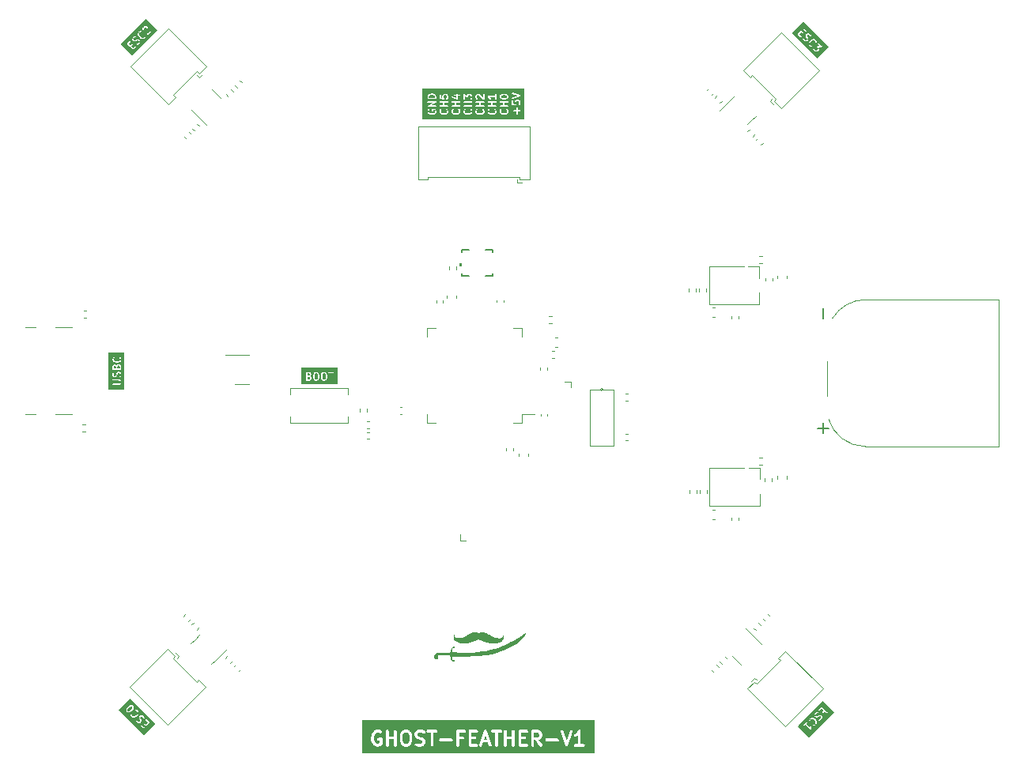
<source format=gbr>
%TF.GenerationSoftware,KiCad,Pcbnew,7.0.5-0*%
%TF.CreationDate,2025-05-09T23:22:14+02:00*%
%TF.ProjectId,ghost-feather-v1,67686f73-742d-4666-9561-746865722d76,rev?*%
%TF.SameCoordinates,PX519d8e0PY8b6d5c0*%
%TF.FileFunction,Legend,Top*%
%TF.FilePolarity,Positive*%
%FSLAX46Y46*%
G04 Gerber Fmt 4.6, Leading zero omitted, Abs format (unit mm)*
G04 Created by KiCad (PCBNEW 7.0.5-0) date 2025-05-09 23:22:14*
%MOMM*%
%LPD*%
G01*
G04 APERTURE LIST*
%ADD10C,0.130000*%
%ADD11C,0.300000*%
%ADD12C,0.150000*%
%ADD13C,0.120000*%
%ADD14C,0.100000*%
%ADD15C,0.152400*%
G04 APERTURE END LIST*
D10*
G36*
X40088450Y54513150D02*
G01*
X40144452Y54457150D01*
X40176240Y54329997D01*
X40176240Y54079334D01*
X40144452Y53952183D01*
X40088450Y53896181D01*
X40035419Y53869665D01*
X39913727Y53869665D01*
X39860694Y53896181D01*
X39804694Y53952183D01*
X39772906Y54079336D01*
X39772906Y54329998D01*
X39804694Y54457149D01*
X39860696Y54513151D01*
X39913727Y54539665D01*
X40035420Y54539665D01*
X40088450Y54513150D01*
G37*
G36*
X40926545Y54513150D02*
G01*
X40982547Y54457150D01*
X41014334Y54329997D01*
X41014335Y54079334D01*
X40982547Y53952183D01*
X40926545Y53896181D01*
X40873514Y53869665D01*
X40751822Y53869665D01*
X40698789Y53896181D01*
X40642789Y53952183D01*
X40611001Y54079336D01*
X40611001Y54329998D01*
X40642789Y54457149D01*
X40698791Y54513151D01*
X40751822Y54539665D01*
X40873515Y54539665D01*
X40926545Y54513150D01*
G37*
G36*
X39291842Y54128806D02*
G01*
X39311628Y54109019D01*
X39338145Y54055989D01*
X39338145Y53972391D01*
X39311627Y53919359D01*
X39288451Y53896181D01*
X39235419Y53869665D01*
X39011002Y53869665D01*
X39011002Y54158713D01*
X39202120Y54158713D01*
X39291842Y54128806D01*
G37*
G36*
X39250355Y54513150D02*
G01*
X39273534Y54489971D01*
X39300048Y54436940D01*
X39300049Y54391438D01*
X39273533Y54338406D01*
X39250355Y54315229D01*
X39198437Y54289270D01*
X39195944Y54289360D01*
X39194852Y54288713D01*
X39011002Y54288713D01*
X39011002Y54539665D01*
X39197324Y54539665D01*
X39250355Y54513150D01*
G37*
G36*
X42230000Y53390714D02*
G01*
X38360714Y53390714D01*
X38360714Y53795024D01*
X38878948Y53795024D01*
X38884943Y53781895D01*
X38889012Y53768040D01*
X38892750Y53764801D01*
X38894805Y53760302D01*
X38906949Y53752497D01*
X38917860Y53743043D01*
X38922754Y53742340D01*
X38926916Y53739665D01*
X38941356Y53739665D01*
X38955643Y53737611D01*
X38960141Y53739665D01*
X39247269Y53739665D01*
X39262762Y53737992D01*
X39274643Y53743933D01*
X39287389Y53747675D01*
X39291410Y53752317D01*
X39348735Y53780979D01*
X39359421Y53783303D01*
X39372083Y53795966D01*
X39385199Y53808166D01*
X39385513Y53809397D01*
X39405247Y53829131D01*
X39414651Y53834716D01*
X39422668Y53850751D01*
X39431245Y53866457D01*
X39431154Y53867722D01*
X39459720Y53924852D01*
X39468145Y53937960D01*
X39468145Y53951246D01*
X39470497Y53964317D01*
X39468145Y53969989D01*
X39468145Y54067835D01*
X39468820Y54074083D01*
X39640218Y54074083D01*
X39642906Y54063332D01*
X39642906Y54061987D01*
X39645167Y54054284D01*
X39682702Y53904146D01*
X39686544Y53886485D01*
X39694152Y53878877D01*
X39699597Y53869597D01*
X39707371Y53865658D01*
X39770467Y53802561D01*
X39776052Y53793158D01*
X39792066Y53785151D01*
X39807792Y53776564D01*
X39809059Y53776655D01*
X39866183Y53748093D01*
X39879297Y53739665D01*
X39892581Y53739665D01*
X39905655Y53737312D01*
X39911328Y53739665D01*
X40047269Y53739665D01*
X40062762Y53737992D01*
X40074643Y53743933D01*
X40087389Y53747675D01*
X40091410Y53752317D01*
X40148734Y53780978D01*
X40159420Y53783302D01*
X40172089Y53795972D01*
X40185199Y53808166D01*
X40185513Y53809396D01*
X40248406Y53872289D01*
X40261575Y53884670D01*
X40264184Y53895108D01*
X40269341Y53904551D01*
X40268718Y53913246D01*
X40301704Y54045190D01*
X40306240Y54052246D01*
X40306240Y54063330D01*
X40306566Y54064634D01*
X40306240Y54072653D01*
X40306240Y54074083D01*
X40478313Y54074083D01*
X40481000Y54063332D01*
X40481001Y54061987D01*
X40483262Y54054284D01*
X40520797Y53904146D01*
X40524639Y53886485D01*
X40532247Y53878877D01*
X40537692Y53869597D01*
X40545466Y53865658D01*
X40608562Y53802561D01*
X40614147Y53793158D01*
X40630161Y53785151D01*
X40645887Y53776564D01*
X40647154Y53776655D01*
X40704278Y53748093D01*
X40717392Y53739665D01*
X40730676Y53739665D01*
X40743750Y53737312D01*
X40749423Y53739665D01*
X40885364Y53739665D01*
X40900857Y53737992D01*
X40912738Y53743933D01*
X40925484Y53747675D01*
X40929505Y53752317D01*
X40986829Y53780978D01*
X40997515Y53783302D01*
X41010184Y53795972D01*
X41023294Y53808166D01*
X41023608Y53809396D01*
X41086501Y53872289D01*
X41099670Y53884670D01*
X41102279Y53895108D01*
X41107436Y53904551D01*
X41106813Y53913246D01*
X41139799Y54045190D01*
X41144335Y54052246D01*
X41144335Y54063330D01*
X41144661Y54064634D01*
X41144335Y54072653D01*
X41144335Y54327302D01*
X41147023Y54335247D01*
X41144335Y54346000D01*
X41144335Y54347344D01*
X41142072Y54355050D01*
X41104540Y54505181D01*
X41100698Y54522846D01*
X41093090Y54530454D01*
X41087646Y54539734D01*
X41079868Y54543675D01*
X41028519Y54595024D01*
X41240852Y54595024D01*
X41256709Y54560302D01*
X41288820Y54539665D01*
X41471477Y54539665D01*
X41471477Y53795320D01*
X41479487Y53768040D01*
X41508335Y53743043D01*
X41546118Y53737611D01*
X41580840Y53753468D01*
X41601477Y53785579D01*
X41601477Y54539665D01*
X41774394Y54539665D01*
X41801674Y54547675D01*
X41826671Y54576523D01*
X41832103Y54614306D01*
X41816246Y54649028D01*
X41784135Y54669665D01*
X41541123Y54669665D01*
X41526836Y54671719D01*
X41522338Y54669665D01*
X41298561Y54669665D01*
X41271281Y54661655D01*
X41246284Y54632807D01*
X41240852Y54595024D01*
X41028519Y54595024D01*
X41016772Y54606771D01*
X41011189Y54616172D01*
X40995172Y54624181D01*
X40979449Y54632766D01*
X40978182Y54632676D01*
X40921058Y54661238D01*
X40907945Y54669665D01*
X40894661Y54669665D01*
X40881587Y54672018D01*
X40875914Y54669665D01*
X40739974Y54669665D01*
X40724481Y54671338D01*
X40712600Y54665398D01*
X40699853Y54661655D01*
X40695831Y54657014D01*
X40638507Y54628353D01*
X40627821Y54626028D01*
X40615157Y54613365D01*
X40602042Y54601165D01*
X40601727Y54599935D01*
X40538835Y54537043D01*
X40525667Y54524661D01*
X40523057Y54514224D01*
X40517901Y54504780D01*
X40518522Y54496086D01*
X40485535Y54364142D01*
X40481001Y54357085D01*
X40481001Y54346002D01*
X40480675Y54344698D01*
X40481001Y54336680D01*
X40481001Y54082029D01*
X40478313Y54074083D01*
X40306240Y54074083D01*
X40306240Y54327302D01*
X40308928Y54335247D01*
X40306240Y54346000D01*
X40306240Y54347344D01*
X40303977Y54355050D01*
X40266445Y54505181D01*
X40262603Y54522846D01*
X40254995Y54530454D01*
X40249551Y54539734D01*
X40241773Y54543675D01*
X40178677Y54606771D01*
X40173094Y54616172D01*
X40157077Y54624181D01*
X40141354Y54632766D01*
X40140087Y54632676D01*
X40082963Y54661238D01*
X40069850Y54669665D01*
X40056566Y54669665D01*
X40043492Y54672018D01*
X40037819Y54669665D01*
X39901879Y54669665D01*
X39886386Y54671338D01*
X39874505Y54665398D01*
X39861758Y54661655D01*
X39857736Y54657014D01*
X39800412Y54628353D01*
X39789726Y54626028D01*
X39777062Y54613365D01*
X39763947Y54601165D01*
X39763632Y54599935D01*
X39700740Y54537043D01*
X39687572Y54524661D01*
X39684962Y54514224D01*
X39679806Y54504780D01*
X39680427Y54496086D01*
X39647440Y54364142D01*
X39642906Y54357085D01*
X39642906Y54346002D01*
X39642580Y54344698D01*
X39642906Y54336680D01*
X39642905Y54082029D01*
X39640218Y54074083D01*
X39468820Y54074083D01*
X39469818Y54083331D01*
X39463877Y54095213D01*
X39460135Y54107957D01*
X39455493Y54111979D01*
X39426831Y54169303D01*
X39424507Y54179987D01*
X39411844Y54192650D01*
X39399643Y54205767D01*
X39398413Y54206082D01*
X39375391Y54229105D01*
X39365615Y54241247D01*
X39361570Y54242596D01*
X39367153Y54248179D01*
X39376556Y54253763D01*
X39384564Y54269782D01*
X39393149Y54285502D01*
X39393058Y54286769D01*
X39421621Y54343895D01*
X39430049Y54357008D01*
X39430049Y54370292D01*
X39432402Y54383366D01*
X39430049Y54389040D01*
X39430049Y54448788D01*
X39431722Y54464281D01*
X39425781Y54476162D01*
X39422039Y54488909D01*
X39417397Y54492931D01*
X39388735Y54550258D01*
X39386411Y54560941D01*
X39373758Y54573594D01*
X39361549Y54586720D01*
X39360317Y54587035D01*
X39340583Y54606769D01*
X39334999Y54616172D01*
X39318984Y54624180D01*
X39303259Y54632766D01*
X39301991Y54632676D01*
X39244867Y54661238D01*
X39231754Y54669665D01*
X39218470Y54669665D01*
X39205396Y54672018D01*
X39199723Y54669665D01*
X38950648Y54669665D01*
X38936361Y54671719D01*
X38923231Y54665724D01*
X38909377Y54661655D01*
X38906137Y54657917D01*
X38901639Y54655862D01*
X38893833Y54643718D01*
X38884380Y54632807D01*
X38883676Y54627913D01*
X38881002Y54623751D01*
X38881002Y54609311D01*
X38878948Y54595024D01*
X38881001Y54590527D01*
X38881002Y54228359D01*
X38878948Y54214072D01*
X38881001Y54209575D01*
X38881002Y53809311D01*
X38878948Y53795024D01*
X38360714Y53795024D01*
X38360714Y55134286D01*
X42230000Y55134286D01*
X42230000Y53390714D01*
G37*
G36*
X95452892Y18204505D02*
G01*
X92743830Y15495443D01*
X91510938Y16728335D01*
X91615275Y16832672D01*
X92120094Y16832672D01*
X92122817Y16794598D01*
X92145693Y16764040D01*
X92181458Y16750701D01*
X92218756Y16758814D01*
X92347914Y16887973D01*
X92860634Y16375252D01*
X92864898Y16367121D01*
X92873850Y16362036D01*
X92874245Y16361641D01*
X92881980Y16357418D01*
X92898088Y16348267D01*
X92898678Y16348300D01*
X92899199Y16348015D01*
X92917737Y16349341D01*
X92936203Y16350350D01*
X92936681Y16350696D01*
X92937273Y16350738D01*
X92952131Y16361862D01*
X92967141Y16372709D01*
X92967357Y16373261D01*
X92967830Y16373614D01*
X92974290Y16390936D01*
X92981080Y16408243D01*
X92980963Y16408826D01*
X92981170Y16409379D01*
X92977231Y16427485D01*
X92951662Y16555334D01*
X92951662Y16646101D01*
X92978219Y16725771D01*
X92979246Y16754184D01*
X92959783Y16787020D01*
X92925657Y16804122D01*
X92887702Y16800058D01*
X92857970Y16776121D01*
X92827574Y16684934D01*
X92821662Y16675734D01*
X92821662Y16657824D01*
X92821015Y16639924D01*
X92821662Y16638833D01*
X92821662Y16598073D01*
X92439838Y16979897D01*
X92562108Y17102167D01*
X92575734Y17127121D01*
X92573010Y17165195D01*
X92550135Y17195752D01*
X92514370Y17209092D01*
X92477072Y17200978D01*
X92305241Y17029148D01*
X92293682Y17020494D01*
X92291953Y17015860D01*
X92133720Y16857626D01*
X92120094Y16832672D01*
X91615275Y16832672D01*
X92132351Y17349748D01*
X92711559Y17349748D01*
X92713912Y17344075D01*
X92713912Y17293801D01*
X92721922Y17266521D01*
X92750770Y17241524D01*
X92788553Y17236092D01*
X92823275Y17251949D01*
X92843912Y17284060D01*
X92843912Y17341676D01*
X92886207Y17426267D01*
X92925165Y17465225D01*
X93009757Y17507520D01*
X93091611Y17507520D01*
X93155649Y17486174D01*
X93277357Y17413150D01*
X93346852Y17343655D01*
X93419877Y17221947D01*
X93441222Y17157913D01*
X93441222Y17076053D01*
X93398928Y16991464D01*
X93359969Y16952506D01*
X93275378Y16910210D01*
X93227503Y16910210D01*
X93200223Y16902200D01*
X93175226Y16873352D01*
X93169794Y16835569D01*
X93185651Y16800847D01*
X93217762Y16780210D01*
X93287228Y16780210D01*
X93302721Y16778537D01*
X93314602Y16784478D01*
X93327348Y16788220D01*
X93331369Y16792862D01*
X93420253Y16837303D01*
X93430939Y16839627D01*
X93443610Y16852299D01*
X93456718Y16864491D01*
X93457032Y16865720D01*
X93492545Y16901234D01*
X93501951Y16906819D01*
X93509967Y16922854D01*
X93518544Y16938558D01*
X93518453Y16939825D01*
X93562795Y17028511D01*
X93571222Y17041623D01*
X93571222Y17054907D01*
X93573575Y17067981D01*
X93571222Y17073655D01*
X93571222Y17160310D01*
X93573922Y17170907D01*
X93568257Y17187902D01*
X93563212Y17205084D01*
X93562252Y17205916D01*
X93544610Y17258841D01*
X93544842Y17266347D01*
X93538692Y17276597D01*
X93537994Y17278691D01*
X93533906Y17284573D01*
X93459712Y17408229D01*
X93457930Y17416424D01*
X93450093Y17424261D01*
X93449402Y17425413D01*
X93443498Y17430856D01*
X93371186Y17503168D01*
X93367469Y17510688D01*
X93357964Y17516391D01*
X93357015Y17517340D01*
X93349977Y17521184D01*
X93226342Y17595363D01*
X93221635Y17601210D01*
X93210299Y17604989D01*
X93208402Y17606127D01*
X93201458Y17607936D01*
X93130448Y17631607D01*
X93121247Y17637520D01*
X93103321Y17637520D01*
X93085438Y17638167D01*
X93084346Y17637520D01*
X92997907Y17637520D01*
X92982414Y17639193D01*
X92970532Y17633253D01*
X92957787Y17629510D01*
X92953765Y17624869D01*
X92864881Y17580428D01*
X92854196Y17578103D01*
X92841526Y17565434D01*
X92828417Y17553239D01*
X92828102Y17552010D01*
X92792587Y17516495D01*
X92783185Y17510910D01*
X92775176Y17494894D01*
X92766591Y17479170D01*
X92766681Y17477904D01*
X92722339Y17389220D01*
X92713912Y17376106D01*
X92713912Y17362823D01*
X92711559Y17349748D01*
X92132351Y17349748D01*
X92675924Y17893321D01*
X93303835Y17893321D01*
X93309499Y17876329D01*
X93314545Y17859144D01*
X93315504Y17858313D01*
X93335702Y17797720D01*
X93339016Y17782489D01*
X93348409Y17773096D01*
X93355989Y17762189D01*
X93361663Y17759842D01*
X93403910Y17717595D01*
X93413686Y17705453D01*
X93426290Y17701252D01*
X93437948Y17694886D01*
X93444072Y17695325D01*
X93504874Y17675057D01*
X93514074Y17669144D01*
X93531974Y17669144D01*
X93549884Y17668496D01*
X93550977Y17669144D01*
X93578885Y17669144D01*
X93589484Y17666444D01*
X93606482Y17672111D01*
X93623660Y17677154D01*
X93624491Y17678114D01*
X93677417Y17695757D01*
X93684923Y17695525D01*
X93695171Y17701675D01*
X93697268Y17702373D01*
X93703152Y17706463D01*
X93829858Y17782487D01*
X93893893Y17803831D01*
X93926673Y17803831D01*
X93982921Y17785082D01*
X94015096Y17752907D01*
X94033845Y17696661D01*
X94033845Y17663880D01*
X94015095Y17607632D01*
X93898717Y17491254D01*
X93792044Y17437917D01*
X93771226Y17418552D01*
X93761769Y17381571D01*
X93773808Y17345347D01*
X93803519Y17321383D01*
X93841469Y17317285D01*
X93959001Y17376051D01*
X93969687Y17378375D01*
X93982356Y17391045D01*
X93995466Y17403239D01*
X93995780Y17404469D01*
X94115397Y17524086D01*
X94127537Y17533859D01*
X94131737Y17546462D01*
X94138104Y17558120D01*
X94137665Y17564246D01*
X94157932Y17625047D01*
X94163845Y17634246D01*
X94163845Y17652157D01*
X94164492Y17670056D01*
X94163845Y17671148D01*
X94163845Y17699058D01*
X94166545Y17709655D01*
X94160880Y17726650D01*
X94155835Y17743832D01*
X94154875Y17744664D01*
X94134679Y17805252D01*
X94131366Y17820485D01*
X94121971Y17829880D01*
X94114392Y17840786D01*
X94108717Y17843134D01*
X94066467Y17885384D01*
X94056694Y17897523D01*
X94044091Y17901724D01*
X94032433Y17908090D01*
X94026307Y17907652D01*
X93965506Y17927919D01*
X93956307Y17933831D01*
X93938397Y17933831D01*
X93920497Y17934478D01*
X93919405Y17933831D01*
X93891495Y17933831D01*
X93880898Y17936531D01*
X93863903Y17930867D01*
X93846721Y17925821D01*
X93845889Y17924862D01*
X93792964Y17907220D01*
X93785458Y17907451D01*
X93775208Y17901302D01*
X93773114Y17900603D01*
X93767232Y17896516D01*
X93640523Y17820491D01*
X93576487Y17799144D01*
X93543707Y17799144D01*
X93487460Y17817894D01*
X93455284Y17850069D01*
X93436535Y17906317D01*
X93436535Y17939095D01*
X93455284Y17995344D01*
X93571663Y18111723D01*
X93678336Y18165058D01*
X93699154Y18184423D01*
X93708611Y18221404D01*
X93696573Y18257628D01*
X93666862Y18281592D01*
X93628912Y18285690D01*
X93511380Y18226926D01*
X93500694Y18224601D01*
X93488024Y18211932D01*
X93474915Y18199737D01*
X93474600Y18198508D01*
X93354981Y18078889D01*
X93342844Y18069117D01*
X93338643Y18056515D01*
X93332277Y18044856D01*
X93332715Y18038732D01*
X93312446Y17977928D01*
X93306535Y17968729D01*
X93306535Y17950820D01*
X93305888Y17932920D01*
X93306535Y17931829D01*
X93306535Y17903919D01*
X93303835Y17893321D01*
X92675924Y17893321D01*
X93258457Y18475854D01*
X93763276Y18475854D01*
X93765999Y18437780D01*
X93788875Y18407222D01*
X93824640Y18393883D01*
X93861938Y18401996D01*
X94098846Y18638905D01*
X94303233Y18434518D01*
X94154025Y18285309D01*
X94140399Y18260355D01*
X94143122Y18222281D01*
X94165998Y18191723D01*
X94201763Y18178384D01*
X94239061Y18186497D01*
X94395157Y18342594D01*
X94572607Y18165143D01*
X94342587Y17935123D01*
X94328961Y17910169D01*
X94331684Y17872095D01*
X94354560Y17841537D01*
X94390325Y17828198D01*
X94427623Y17836311D01*
X94707210Y18115899D01*
X94718762Y18124546D01*
X94723804Y18138067D01*
X94730727Y18150743D01*
X94730373Y18155678D01*
X94732102Y18160311D01*
X94729033Y18174418D01*
X94728003Y18188817D01*
X94725039Y18192776D01*
X94723988Y18197609D01*
X94713778Y18207819D01*
X94705128Y18219374D01*
X94700494Y18221103D01*
X94444406Y18477192D01*
X94435754Y18488749D01*
X94431120Y18490478D01*
X94148090Y18773508D01*
X94139443Y18785059D01*
X94125922Y18790102D01*
X94113246Y18797024D01*
X94108310Y18796672D01*
X94103678Y18798399D01*
X94089573Y18795331D01*
X94075172Y18794301D01*
X94071213Y18791338D01*
X94066380Y18790286D01*
X94056169Y18780076D01*
X94044614Y18771425D01*
X94042886Y18766793D01*
X93776902Y18500808D01*
X93763276Y18475854D01*
X93258457Y18475854D01*
X94220000Y19437396D01*
X95452892Y18204505D01*
G37*
D11*
G36*
X58223540Y15277743D02*
G01*
X57925482Y15277743D01*
X58074511Y15724831D01*
X58223540Y15277743D01*
G37*
G36*
X49771371Y16004466D02*
G01*
X49867637Y15908199D01*
X49924511Y15680708D01*
X49924511Y15217638D01*
X49867637Y14990147D01*
X49771370Y14893878D01*
X49681958Y14849172D01*
X49467064Y14849172D01*
X49377650Y14893879D01*
X49281383Y14990146D01*
X49224511Y15217637D01*
X49224511Y15680708D01*
X49281382Y15908198D01*
X49377652Y16004467D01*
X49467064Y16049172D01*
X49681957Y16049172D01*
X49771371Y16004466D01*
G37*
G36*
X63771372Y16004465D02*
G01*
X63808375Y15967462D01*
X63853082Y15878048D01*
X63853082Y15734583D01*
X63808375Y15645168D01*
X63771370Y15608164D01*
X63681958Y15563458D01*
X63510835Y15563458D01*
X63474736Y15567199D01*
X63467333Y15563458D01*
X63295939Y15563458D01*
X63295939Y16049172D01*
X63681957Y16049172D01*
X63771372Y16004465D01*
G37*
G36*
X69777143Y13835714D02*
G01*
X44855714Y13835714D01*
X44855714Y15348378D01*
X45846878Y15348378D01*
X45853081Y15323563D01*
X45853082Y15320461D01*
X45858300Y15302688D01*
X45922508Y15045856D01*
X45920649Y15028627D01*
X45932982Y15003960D01*
X45934220Y14999011D01*
X45942593Y14984739D01*
X46003363Y14863200D01*
X46008729Y14838536D01*
X46037953Y14809311D01*
X46066106Y14779045D01*
X46068945Y14778319D01*
X46177020Y14670243D01*
X46199578Y14642225D01*
X46228657Y14632532D01*
X46255564Y14617840D01*
X46269700Y14618852D01*
X46437807Y14562817D01*
X46459038Y14549172D01*
X46500361Y14549172D01*
X46541676Y14547678D01*
X46544197Y14549172D01*
X46627134Y14549172D01*
X46651589Y14542942D01*
X46690777Y14556005D01*
X46730459Y14567656D01*
X46732378Y14569872D01*
X46899996Y14625744D01*
X46935148Y14633391D01*
X46956820Y14655064D01*
X46981996Y14672560D01*
X46987414Y14685659D01*
X47018580Y14716825D01*
X47034029Y14723880D01*
X47049124Y14747370D01*
X47052970Y14751215D01*
X47060736Y14765439D01*
X47081653Y14797985D01*
X47081653Y14803743D01*
X47084414Y14808799D01*
X47081653Y14847392D01*
X47081653Y15331299D01*
X47086395Y15364278D01*
X47072554Y15394585D01*
X47063169Y15426549D01*
X47054543Y15434024D01*
X47049802Y15444405D01*
X47021774Y15462418D01*
X47021521Y15462637D01*
X47419768Y15462637D01*
X47424510Y15452254D01*
X47424510Y14677604D01*
X47442994Y14614652D01*
X47509567Y14556967D01*
X47596759Y14544430D01*
X47676886Y14581023D01*
X47724510Y14655128D01*
X47724510Y15334886D01*
X48281653Y15334886D01*
X48281653Y14677604D01*
X48300137Y14614652D01*
X48366710Y14556967D01*
X48453902Y14544430D01*
X48534029Y14581023D01*
X48581653Y14655128D01*
X48581652Y15205521D01*
X48918307Y15205521D01*
X48924511Y15180706D01*
X48924511Y15177604D01*
X48929729Y15159831D01*
X48999851Y14879344D01*
X49008729Y14838536D01*
X49026285Y14820980D01*
X49038849Y14799565D01*
X49056792Y14790473D01*
X49169432Y14677833D01*
X49182321Y14656133D01*
X49219270Y14637659D01*
X49255566Y14617839D01*
X49258490Y14618049D01*
X49357348Y14568620D01*
X49387610Y14549172D01*
X49418262Y14549172D01*
X49448436Y14543742D01*
X49461528Y14549172D01*
X49709292Y14549172D01*
X49745055Y14545311D01*
X49772469Y14559019D01*
X49801888Y14567656D01*
X49811169Y14578368D01*
X49910485Y14628025D01*
X49935148Y14633390D01*
X49964368Y14662611D01*
X49994638Y14690767D01*
X49995364Y14693607D01*
X50107510Y14805755D01*
X50137921Y14834348D01*
X50143942Y14858433D01*
X50155843Y14880227D01*
X50154407Y14900295D01*
X50214044Y15138843D01*
X50224511Y15155128D01*
X50224511Y15180708D01*
X50225263Y15183715D01*
X50224511Y15202221D01*
X50224511Y15674486D01*
X50230715Y15692824D01*
X50224511Y15717640D01*
X50224511Y15720740D01*
X50219293Y15738511D01*
X50179751Y15896676D01*
X50490510Y15896676D01*
X50495940Y15883584D01*
X50495940Y15778677D01*
X50492079Y15742913D01*
X50505786Y15715499D01*
X50514424Y15686080D01*
X50525135Y15676799D01*
X50574793Y15577481D01*
X50580159Y15552820D01*
X50609363Y15523617D01*
X50637535Y15493330D01*
X50640376Y15492604D01*
X50669430Y15463551D01*
X50682320Y15441848D01*
X50719294Y15423361D01*
X50755567Y15403554D01*
X50758489Y15403764D01*
X50840675Y15362671D01*
X50852545Y15350047D01*
X50879298Y15343359D01*
X50883862Y15341077D01*
X50900152Y15338146D01*
X51165011Y15271931D01*
X51271373Y15218751D01*
X51308376Y15181747D01*
X51353083Y15092334D01*
X51353083Y15020297D01*
X51308376Y14930884D01*
X51271371Y14893878D01*
X51181959Y14849172D01*
X50884568Y14849172D01*
X50672913Y14919723D01*
X50607346Y14922094D01*
X50531569Y14877179D01*
X50492103Y14798426D01*
X50501480Y14710839D01*
X50556722Y14642225D01*
X50794951Y14562817D01*
X50816182Y14549172D01*
X50857505Y14549172D01*
X50898820Y14547678D01*
X50901341Y14549172D01*
X51209295Y14549172D01*
X51245055Y14545311D01*
X51272470Y14559019D01*
X51301888Y14567656D01*
X51311169Y14578368D01*
X51410488Y14628026D01*
X51435149Y14633391D01*
X51464347Y14662590D01*
X51494639Y14690766D01*
X51495365Y14693610D01*
X51524418Y14722663D01*
X51546121Y14735552D01*
X51564608Y14772527D01*
X51584415Y14808799D01*
X51584205Y14811722D01*
X51633635Y14910581D01*
X51653083Y14940842D01*
X51653083Y14971495D01*
X51658513Y15001667D01*
X51653083Y15014760D01*
X51653083Y15119669D01*
X51656944Y15155432D01*
X51643235Y15182848D01*
X51634599Y15212263D01*
X51623887Y15221545D01*
X51574228Y15320860D01*
X51568864Y15345521D01*
X51539649Y15374736D01*
X51511487Y15405013D01*
X51508646Y15405740D01*
X51479591Y15434796D01*
X51466702Y15456496D01*
X51429739Y15474978D01*
X51393458Y15494789D01*
X51390534Y15494580D01*
X51308345Y15535675D01*
X51296477Y15548297D01*
X51269725Y15554985D01*
X51265159Y15557268D01*
X51248861Y15560201D01*
X50984009Y15626414D01*
X50877651Y15679593D01*
X50840645Y15716598D01*
X50795940Y15806011D01*
X50795940Y15878049D01*
X50840646Y15967462D01*
X50877650Y16004466D01*
X50967064Y16049172D01*
X51264456Y16049172D01*
X51476109Y15978620D01*
X51541676Y15976248D01*
X51617453Y16021163D01*
X51656920Y16099916D01*
X51648676Y16176923D01*
X51776912Y16176923D01*
X51813505Y16096796D01*
X51887610Y16049172D01*
X52210225Y16049172D01*
X52210225Y14677604D01*
X52228709Y14614652D01*
X52295282Y14556967D01*
X52382474Y14544430D01*
X52462601Y14581023D01*
X52510225Y14655128D01*
X52510225Y15248351D01*
X53134054Y15248351D01*
X53170647Y15168224D01*
X53244752Y15120600D01*
X54453222Y15120600D01*
X54516174Y15139084D01*
X54573859Y15205657D01*
X54586396Y15292849D01*
X54549803Y15372976D01*
X54475698Y15420600D01*
X53267228Y15420600D01*
X53204276Y15402116D01*
X53146591Y15335543D01*
X53134054Y15248351D01*
X52510225Y15248351D01*
X52510225Y15462637D01*
X54991197Y15462637D01*
X54995939Y15452254D01*
X54995939Y14677604D01*
X55014423Y14614652D01*
X55080996Y14556967D01*
X55168188Y14544430D01*
X55248315Y14581023D01*
X55295939Y14655128D01*
X55295939Y14676923D01*
X56276911Y14676923D01*
X56290751Y14646617D01*
X56300137Y14614652D01*
X56308762Y14607178D01*
X56313504Y14596796D01*
X56341531Y14578784D01*
X56366710Y14556967D01*
X56378007Y14555343D01*
X56387609Y14549172D01*
X56420922Y14549172D01*
X56453902Y14544430D01*
X56464285Y14549172D01*
X57167507Y14549172D01*
X57230459Y14567656D01*
X57288144Y14634229D01*
X57291933Y14660578D01*
X57423016Y14660578D01*
X57467931Y14584801D01*
X57546685Y14545335D01*
X57634271Y14554712D01*
X57702886Y14609954D01*
X57825482Y14977743D01*
X58323540Y14977743D01*
X58439029Y14631276D01*
X58476472Y14577400D01*
X58557870Y14543728D01*
X58644552Y14559406D01*
X58708995Y14619460D01*
X58730741Y14704822D01*
X58585177Y15141515D01*
X58586396Y15149992D01*
X58571420Y15182783D01*
X58240041Y16176923D01*
X58705483Y16176923D01*
X58742076Y16096796D01*
X58816181Y16049172D01*
X59138796Y16049172D01*
X59138796Y14677604D01*
X59157280Y14614652D01*
X59223853Y14556967D01*
X59311045Y14544430D01*
X59391172Y14581023D01*
X59438796Y14655128D01*
X59438796Y15462637D01*
X60062625Y15462637D01*
X60067367Y15452254D01*
X60067367Y14677604D01*
X60085851Y14614652D01*
X60152424Y14556967D01*
X60239616Y14544430D01*
X60319743Y14581023D01*
X60367367Y14655128D01*
X60367367Y15334886D01*
X60924510Y15334886D01*
X60924510Y14677604D01*
X60942994Y14614652D01*
X61009567Y14556967D01*
X61096759Y14544430D01*
X61176886Y14581023D01*
X61224510Y14655128D01*
X61224510Y14676923D01*
X61634054Y14676923D01*
X61647894Y14646617D01*
X61657280Y14614652D01*
X61665905Y14607178D01*
X61670647Y14596796D01*
X61698674Y14578784D01*
X61723853Y14556967D01*
X61735150Y14555343D01*
X61744752Y14549172D01*
X61778065Y14549172D01*
X61811045Y14544430D01*
X61821428Y14549172D01*
X62524650Y14549172D01*
X62587602Y14567656D01*
X62645287Y14634229D01*
X62657824Y14721421D01*
X62621231Y14801548D01*
X62547126Y14849172D01*
X61938796Y14849172D01*
X61938796Y15334886D01*
X62310364Y15334886D01*
X62373316Y15353370D01*
X62406103Y15391209D01*
X62991197Y15391209D01*
X62995939Y15380826D01*
X62995939Y14677604D01*
X63014423Y14614652D01*
X63080996Y14556967D01*
X63168188Y14544430D01*
X63248315Y14581023D01*
X63295939Y14655128D01*
X63295939Y15263458D01*
X63424984Y15263458D01*
X63892566Y14595484D01*
X63943809Y14554511D01*
X64031428Y14545431D01*
X64110048Y14585161D01*
X64154706Y14661089D01*
X64151224Y14749109D01*
X63801754Y15248351D01*
X64491197Y15248351D01*
X64527790Y15168224D01*
X64601895Y15120600D01*
X65810365Y15120600D01*
X65873317Y15139084D01*
X65931002Y15205657D01*
X65943539Y15292849D01*
X65906946Y15372976D01*
X65832841Y15420600D01*
X64624371Y15420600D01*
X64561419Y15402116D01*
X64503734Y15335543D01*
X64491197Y15248351D01*
X63801754Y15248351D01*
X63782272Y15276183D01*
X63801888Y15281942D01*
X63811169Y15292654D01*
X63910485Y15342312D01*
X63935147Y15347676D01*
X63964358Y15376888D01*
X63994638Y15405053D01*
X63995364Y15407894D01*
X64024421Y15436951D01*
X64046121Y15449839D01*
X64064595Y15486789D01*
X64084415Y15523084D01*
X64084205Y15526009D01*
X64133634Y15624867D01*
X64153082Y15655128D01*
X64153082Y15685780D01*
X64158512Y15715954D01*
X64153082Y15729047D01*
X64153082Y15905382D01*
X64156943Y15941145D01*
X64143235Y15968560D01*
X64134598Y15997978D01*
X64123886Y16007260D01*
X64074228Y16106578D01*
X64068863Y16131238D01*
X64039655Y16160446D01*
X64011487Y16190728D01*
X64008646Y16191455D01*
X64006579Y16193522D01*
X66132567Y16193522D01*
X66637913Y14677481D01*
X66637302Y14660578D01*
X66651573Y14636500D01*
X66653315Y14631276D01*
X66662524Y14618025D01*
X66682217Y14584801D01*
X66687429Y14582189D01*
X66690758Y14577400D01*
X66726441Y14562639D01*
X66760971Y14545335D01*
X66766770Y14545956D01*
X66772156Y14543728D01*
X66810153Y14550601D01*
X66848557Y14554712D01*
X66853097Y14558368D01*
X66858838Y14559406D01*
X66887098Y14585742D01*
X66917172Y14609954D01*
X66919015Y14615486D01*
X66923281Y14619460D01*
X66932813Y14656878D01*
X67302217Y15765090D01*
X67561133Y15765090D01*
X67588913Y15681497D01*
X67657477Y15626194D01*
X67745056Y15616739D01*
X67910483Y15699454D01*
X67935147Y15704819D01*
X67964367Y15734040D01*
X67994638Y15762196D01*
X67995364Y15765037D01*
X67995939Y15765612D01*
X67995939Y14849172D01*
X67695800Y14849172D01*
X67632848Y14830688D01*
X67575163Y14764115D01*
X67562626Y14676923D01*
X67599219Y14596796D01*
X67673324Y14549172D01*
X68135208Y14549172D01*
X68168188Y14544430D01*
X68178571Y14549172D01*
X68596079Y14549172D01*
X68659031Y14567656D01*
X68716716Y14634229D01*
X68729253Y14721421D01*
X68692660Y14801548D01*
X68618555Y14849172D01*
X68295939Y14849172D01*
X68295938Y16176316D01*
X68302250Y16196545D01*
X68295939Y16219456D01*
X68295939Y16220740D01*
X68290214Y16240236D01*
X68278856Y16281470D01*
X68277840Y16282381D01*
X68277455Y16283692D01*
X68245125Y16311706D01*
X68213262Y16340267D01*
X68211912Y16340485D01*
X68210882Y16341377D01*
X68168574Y16347461D01*
X68126294Y16354266D01*
X68125042Y16353720D01*
X68123690Y16353914D01*
X68084747Y16336130D01*
X68045563Y16319024D01*
X68044806Y16317889D01*
X68043563Y16317321D01*
X68020417Y16281306D01*
X67886514Y16080451D01*
X67771371Y15965308D01*
X67630995Y15895118D01*
X67582955Y15850433D01*
X67561133Y15765090D01*
X67302217Y15765090D01*
X67437920Y16172199D01*
X67440292Y16237766D01*
X67395377Y16313543D01*
X67316624Y16353009D01*
X67229037Y16343632D01*
X67160422Y16288390D01*
X66788796Y15173514D01*
X66424279Y16267067D01*
X66386836Y16320944D01*
X66305438Y16354616D01*
X66218756Y16338937D01*
X66154313Y16278884D01*
X66132567Y16193522D01*
X64006579Y16193522D01*
X63979588Y16220512D01*
X63966701Y16242210D01*
X63929751Y16260685D01*
X63893455Y16280504D01*
X63890531Y16280295D01*
X63791677Y16329722D01*
X63761412Y16349172D01*
X63730759Y16349172D01*
X63700587Y16354602D01*
X63687495Y16349172D01*
X63156670Y16349172D01*
X63123690Y16353914D01*
X63093383Y16340074D01*
X63061419Y16330688D01*
X63053944Y16322063D01*
X63043563Y16317321D01*
X63025550Y16289294D01*
X63003734Y16264115D01*
X63002109Y16252818D01*
X62995939Y16243216D01*
X62995939Y16209903D01*
X62991197Y16176923D01*
X62995939Y16166540D01*
X62995939Y15424189D01*
X62991197Y15391209D01*
X62406103Y15391209D01*
X62431001Y15419943D01*
X62443538Y15507135D01*
X62406945Y15587262D01*
X62332840Y15634886D01*
X61938796Y15634886D01*
X61938796Y16049172D01*
X62524650Y16049172D01*
X62587602Y16067656D01*
X62645287Y16134229D01*
X62657824Y16221421D01*
X62621231Y16301548D01*
X62547126Y16349172D01*
X61799527Y16349172D01*
X61766547Y16353914D01*
X61736240Y16340074D01*
X61704276Y16330688D01*
X61696801Y16322063D01*
X61686420Y16317321D01*
X61668407Y16289294D01*
X61646591Y16264115D01*
X61644966Y16252818D01*
X61638796Y16243216D01*
X61638796Y16209903D01*
X61634054Y16176923D01*
X61638796Y16166540D01*
X61638796Y15495617D01*
X61634054Y15462637D01*
X61638796Y15452254D01*
X61638796Y14709903D01*
X61634054Y14676923D01*
X61224510Y14676923D01*
X61224510Y15474156D01*
X61229252Y15507135D01*
X61224510Y15517519D01*
X61224510Y16220740D01*
X61206026Y16283692D01*
X61139453Y16341377D01*
X61052261Y16353914D01*
X60972134Y16317321D01*
X60924510Y16243216D01*
X60924510Y15634886D01*
X60367367Y15634886D01*
X60367367Y16220740D01*
X60348883Y16283692D01*
X60282310Y16341377D01*
X60195118Y16353914D01*
X60114991Y16317321D01*
X60067367Y16243216D01*
X60067367Y15495617D01*
X60062625Y15462637D01*
X59438796Y15462637D01*
X59438796Y16049172D01*
X59738936Y16049172D01*
X59801888Y16067656D01*
X59859573Y16134229D01*
X59872110Y16221421D01*
X59835517Y16301548D01*
X59761412Y16349172D01*
X59299527Y16349172D01*
X59266547Y16353914D01*
X59256164Y16349172D01*
X58838657Y16349172D01*
X58775705Y16330688D01*
X58718020Y16264115D01*
X58705483Y16176923D01*
X58240041Y16176923D01*
X58225394Y16220863D01*
X58226006Y16237766D01*
X58211733Y16261846D01*
X58209993Y16267067D01*
X58200786Y16280315D01*
X58181091Y16313543D01*
X58175877Y16316156D01*
X58172550Y16320944D01*
X58136869Y16335704D01*
X58102338Y16353009D01*
X58096537Y16352389D01*
X58091152Y16354616D01*
X58053160Y16347745D01*
X58014751Y16343632D01*
X58010208Y16339976D01*
X58004470Y16338937D01*
X57976213Y16312606D01*
X57946136Y16288390D01*
X57944292Y16282859D01*
X57940027Y16278884D01*
X57930494Y16241467D01*
X57584489Y15203450D01*
X57575163Y15192686D01*
X57570809Y15162411D01*
X57425388Y14726145D01*
X57423016Y14660578D01*
X57291933Y14660578D01*
X57300681Y14721421D01*
X57264088Y14801548D01*
X57189983Y14849172D01*
X56581653Y14849172D01*
X56581653Y15334886D01*
X56953221Y15334886D01*
X57016173Y15353370D01*
X57073858Y15419943D01*
X57086395Y15507135D01*
X57049802Y15587262D01*
X56975697Y15634886D01*
X56581653Y15634886D01*
X56581653Y16049172D01*
X57167507Y16049172D01*
X57230459Y16067656D01*
X57288144Y16134229D01*
X57300681Y16221421D01*
X57264088Y16301548D01*
X57189983Y16349172D01*
X56442384Y16349172D01*
X56409404Y16353914D01*
X56379097Y16340074D01*
X56347133Y16330688D01*
X56339658Y16322063D01*
X56329277Y16317321D01*
X56311264Y16289294D01*
X56289448Y16264115D01*
X56287823Y16252818D01*
X56281653Y16243216D01*
X56281653Y16209903D01*
X56276911Y16176923D01*
X56281653Y16166540D01*
X56281653Y15495617D01*
X56276911Y15462637D01*
X56281653Y15452254D01*
X56281653Y14709903D01*
X56276911Y14676923D01*
X55295939Y14676923D01*
X55295939Y15334886D01*
X55667507Y15334886D01*
X55730459Y15353370D01*
X55788144Y15419943D01*
X55800681Y15507135D01*
X55764088Y15587262D01*
X55689983Y15634886D01*
X55295939Y15634886D01*
X55295939Y16049172D01*
X55881793Y16049172D01*
X55944745Y16067656D01*
X56002430Y16134229D01*
X56014967Y16221421D01*
X55978374Y16301548D01*
X55904269Y16349172D01*
X55156670Y16349172D01*
X55123690Y16353914D01*
X55093383Y16340074D01*
X55061419Y16330688D01*
X55053944Y16322063D01*
X55043563Y16317321D01*
X55025550Y16289294D01*
X55003734Y16264115D01*
X55002109Y16252818D01*
X54995939Y16243216D01*
X54995939Y16209903D01*
X54991197Y16176923D01*
X54995939Y16166540D01*
X54995939Y15495617D01*
X54991197Y15462637D01*
X52510225Y15462637D01*
X52510225Y16049172D01*
X52810365Y16049172D01*
X52873317Y16067656D01*
X52931002Y16134229D01*
X52943539Y16221421D01*
X52906946Y16301548D01*
X52832841Y16349172D01*
X52370956Y16349172D01*
X52337976Y16353914D01*
X52327593Y16349172D01*
X51910086Y16349172D01*
X51847134Y16330688D01*
X51789449Y16264115D01*
X51776912Y16176923D01*
X51648676Y16176923D01*
X51647543Y16187503D01*
X51592301Y16256118D01*
X51354072Y16335528D01*
X51332841Y16349172D01*
X51291528Y16349172D01*
X51250204Y16350667D01*
X51247682Y16349172D01*
X50939729Y16349172D01*
X50903965Y16353033D01*
X50876549Y16339325D01*
X50847134Y16330688D01*
X50837852Y16319977D01*
X50738537Y16270318D01*
X50713876Y16264953D01*
X50684661Y16235739D01*
X50654384Y16207576D01*
X50653657Y16204736D01*
X50624601Y16175681D01*
X50602901Y16162791D01*
X50584420Y16125831D01*
X50564608Y16089547D01*
X50564817Y16086624D01*
X50515385Y15987761D01*
X50495940Y15957502D01*
X50495940Y15926851D01*
X50490510Y15896676D01*
X50179751Y15896676D01*
X50149167Y16019011D01*
X50140292Y16059808D01*
X50122737Y16077363D01*
X50110172Y16098780D01*
X50092226Y16107874D01*
X49979589Y16220511D01*
X49966701Y16242210D01*
X49929749Y16260686D01*
X49893456Y16280504D01*
X49890531Y16280295D01*
X49791677Y16329722D01*
X49761412Y16349172D01*
X49730759Y16349172D01*
X49700587Y16354602D01*
X49687495Y16349172D01*
X49439729Y16349172D01*
X49403965Y16353033D01*
X49376549Y16339325D01*
X49347134Y16330688D01*
X49337852Y16319977D01*
X49238537Y16270319D01*
X49213875Y16264953D01*
X49184649Y16235729D01*
X49154384Y16207576D01*
X49153657Y16204737D01*
X49041491Y16092571D01*
X49011100Y16063995D01*
X49005079Y16039912D01*
X48993179Y16018118D01*
X48994614Y15998052D01*
X48934977Y15759503D01*
X48924511Y15743216D01*
X48924511Y15717637D01*
X48923759Y15714628D01*
X48924511Y15696123D01*
X48924511Y15223860D01*
X48918307Y15205521D01*
X48581652Y15205521D01*
X48581652Y15474156D01*
X48586395Y15507135D01*
X48581652Y15517519D01*
X48581653Y16220740D01*
X48563169Y16283692D01*
X48496596Y16341377D01*
X48409404Y16353914D01*
X48329277Y16317321D01*
X48281653Y16243216D01*
X48281653Y15634886D01*
X47724510Y15634886D01*
X47724510Y16220740D01*
X47706026Y16283692D01*
X47639453Y16341377D01*
X47552261Y16353914D01*
X47472134Y16317321D01*
X47424510Y16243216D01*
X47424510Y15495617D01*
X47419768Y15462637D01*
X47021521Y15462637D01*
X46996596Y15484234D01*
X46985298Y15485859D01*
X46975697Y15492029D01*
X46942384Y15492029D01*
X46909404Y15496771D01*
X46899021Y15492029D01*
X46624371Y15492029D01*
X46561419Y15473545D01*
X46503734Y15406972D01*
X46491197Y15319780D01*
X46527790Y15239653D01*
X46601895Y15192029D01*
X46781653Y15192029D01*
X46781653Y14904161D01*
X46779196Y14901705D01*
X46621598Y14849172D01*
X46527424Y14849172D01*
X46369823Y14901705D01*
X46269216Y15002314D01*
X46216038Y15108668D01*
X46153082Y15360494D01*
X46153082Y15537851D01*
X46216036Y15789672D01*
X46269217Y15896032D01*
X46369823Y15996639D01*
X46527423Y16049172D01*
X46681957Y16049172D01*
X46812433Y15983934D01*
X46877006Y15972313D01*
X46958373Y16006060D01*
X47008580Y16078440D01*
X47011685Y16166473D01*
X46966701Y16242210D01*
X46791677Y16329722D01*
X46761412Y16349172D01*
X46730759Y16349172D01*
X46700587Y16354602D01*
X46687495Y16349172D01*
X46521886Y16349172D01*
X46497431Y16355402D01*
X46458238Y16342338D01*
X46418562Y16330688D01*
X46416642Y16328473D01*
X46249023Y16272600D01*
X46213874Y16264953D01*
X46192199Y16243279D01*
X46167024Y16225782D01*
X46161606Y16212686D01*
X46053171Y16104251D01*
X46031472Y16091362D01*
X46012996Y16054411D01*
X45993178Y16018117D01*
X45993387Y16015193D01*
X45952295Y15933009D01*
X45939671Y15921138D01*
X45932982Y15894383D01*
X45930701Y15889820D01*
X45927769Y15873533D01*
X45863548Y15616646D01*
X45853082Y15600359D01*
X45853082Y15574780D01*
X45852330Y15571771D01*
X45853082Y15553266D01*
X45853082Y15366717D01*
X45846878Y15348378D01*
X44855714Y15348378D01*
X44855714Y17414286D01*
X69777143Y17414286D01*
X69777143Y13835714D01*
G37*
D10*
G36*
X18481593Y55303535D02*
G01*
X18504772Y55280356D01*
X18530730Y55228439D01*
X18530640Y55225945D01*
X18531286Y55224854D01*
X18531287Y55041003D01*
X18280335Y55041003D01*
X18280335Y55227326D01*
X18306850Y55280357D01*
X18330029Y55303536D01*
X18383060Y55330050D01*
X18428562Y55330050D01*
X18481593Y55303535D01*
G37*
G36*
X18900642Y55341628D02*
G01*
X18923819Y55318453D01*
X18950335Y55265421D01*
X18950335Y55041003D01*
X18661287Y55041003D01*
X18661287Y55232121D01*
X18691194Y55321844D01*
X18710981Y55341630D01*
X18764012Y55368146D01*
X18847609Y55368146D01*
X18900642Y55341628D01*
G37*
G36*
X19429286Y52790714D02*
G01*
X17685714Y52790714D01*
X17685714Y53366362D01*
X18148281Y53366362D01*
X18164138Y53331640D01*
X18196249Y53311003D01*
X18859459Y53311003D01*
X18874952Y53309330D01*
X18886833Y53315271D01*
X18899579Y53319013D01*
X18903600Y53323655D01*
X18960924Y53352317D01*
X18971609Y53354640D01*
X18984271Y53367302D01*
X18997389Y53379504D01*
X18997703Y53380734D01*
X19017438Y53400468D01*
X19026842Y53406053D01*
X19034854Y53422078D01*
X19043435Y53437792D01*
X19043344Y53439059D01*
X19071907Y53496185D01*
X19080335Y53509298D01*
X19080335Y53522582D01*
X19082688Y53535656D01*
X19080335Y53541330D01*
X19080334Y53677270D01*
X19082008Y53692763D01*
X19076067Y53704645D01*
X19072325Y53717390D01*
X19067683Y53721412D01*
X19039021Y53778737D01*
X19036697Y53789422D01*
X19024034Y53802085D01*
X19011834Y53815200D01*
X19010603Y53815515D01*
X18990868Y53835250D01*
X18985284Y53844652D01*
X18969250Y53852669D01*
X18953543Y53861246D01*
X18952277Y53861156D01*
X18895151Y53889720D01*
X18882040Y53898146D01*
X18868757Y53898146D01*
X18855683Y53900499D01*
X18850009Y53898146D01*
X18205990Y53898146D01*
X18178710Y53890136D01*
X18153713Y53861288D01*
X18148281Y53823505D01*
X18164138Y53788783D01*
X18196249Y53768146D01*
X18847609Y53768146D01*
X18900642Y53741628D01*
X18923819Y53718453D01*
X18950335Y53665421D01*
X18950335Y53543728D01*
X18923819Y53490697D01*
X18900641Y53467519D01*
X18847609Y53441003D01*
X18205990Y53441003D01*
X18178710Y53432993D01*
X18153713Y53404145D01*
X18148281Y53366362D01*
X17685714Y53366362D01*
X17685714Y54316385D01*
X18148662Y54316385D01*
X18154602Y54304504D01*
X18158345Y54291758D01*
X18162986Y54287737D01*
X18191647Y54230413D01*
X18193972Y54219727D01*
X18206641Y54207058D01*
X18218836Y54193948D01*
X18220065Y54193634D01*
X18239800Y54173899D01*
X18245385Y54164496D01*
X18261408Y54156485D01*
X18277124Y54147903D01*
X18278389Y54147994D01*
X18335519Y54119429D01*
X18348630Y54111002D01*
X18361916Y54111002D01*
X18374987Y54108650D01*
X18380658Y54111002D01*
X18440407Y54111002D01*
X18455904Y54109329D01*
X18467784Y54115270D01*
X18480531Y54119012D01*
X18484552Y54123654D01*
X18541877Y54152316D01*
X18552563Y54154640D01*
X18565232Y54167310D01*
X18578342Y54179504D01*
X18578656Y54180734D01*
X18598391Y54200469D01*
X18607794Y54206053D01*
X18615803Y54222073D01*
X18624387Y54237792D01*
X18624296Y54239058D01*
X18649246Y54288959D01*
X18654717Y54294102D01*
X18657615Y54305696D01*
X18658604Y54307673D01*
X18659874Y54314731D01*
X18695710Y54458078D01*
X18725898Y54518452D01*
X18749076Y54541630D01*
X18802108Y54568145D01*
X18847610Y54568145D01*
X18900641Y54541630D01*
X18923819Y54518452D01*
X18950335Y54465420D01*
X18950335Y54300836D01*
X18912620Y54187691D01*
X18911593Y54159278D01*
X18931056Y54126441D01*
X18965182Y54109340D01*
X19003137Y54113404D01*
X19032869Y54137341D01*
X19074422Y54262003D01*
X19080335Y54271202D01*
X19080335Y54289113D01*
X19080982Y54307012D01*
X19080335Y54308104D01*
X19080335Y54477268D01*
X19082008Y54492761D01*
X19076067Y54504642D01*
X19072325Y54517389D01*
X19067683Y54521411D01*
X19039021Y54578737D01*
X19036697Y54589422D01*
X19024039Y54602079D01*
X19011835Y54615200D01*
X19010603Y54615516D01*
X18990869Y54635249D01*
X18985284Y54644652D01*
X18969255Y54652667D01*
X18953543Y54661246D01*
X18952277Y54661156D01*
X18895153Y54689718D01*
X18882040Y54698145D01*
X18868756Y54698145D01*
X18855682Y54700498D01*
X18850009Y54698145D01*
X18790258Y54698145D01*
X18774765Y54699818D01*
X18762883Y54693878D01*
X18750138Y54690135D01*
X18746116Y54685494D01*
X18688790Y54656832D01*
X18678107Y54654507D01*
X18665448Y54641850D01*
X18652328Y54629644D01*
X18652013Y54628414D01*
X18632278Y54608679D01*
X18622876Y54603095D01*
X18614866Y54587076D01*
X18606282Y54571355D01*
X18606372Y54570089D01*
X18581421Y54520188D01*
X18575952Y54515045D01*
X18573053Y54503453D01*
X18572065Y54501475D01*
X18570794Y54494414D01*
X18534957Y54351069D01*
X18504771Y54290696D01*
X18481593Y54267519D01*
X18428562Y54241002D01*
X18383061Y54241002D01*
X18330027Y54267520D01*
X18306850Y54290697D01*
X18280335Y54343728D01*
X18280335Y54508312D01*
X18318050Y54621456D01*
X18319077Y54649869D01*
X18299614Y54682706D01*
X18265488Y54699807D01*
X18227533Y54695744D01*
X18197801Y54671806D01*
X18156247Y54547146D01*
X18150335Y54537946D01*
X18150335Y54520036D01*
X18149688Y54502136D01*
X18150335Y54501045D01*
X18150334Y54331879D01*
X18148662Y54316385D01*
X17685714Y54316385D01*
X17685714Y55235397D01*
X18147982Y55235397D01*
X18150335Y55229724D01*
X18150335Y54980649D01*
X18148281Y54966362D01*
X18154276Y54953233D01*
X18158345Y54939378D01*
X18162083Y54936139D01*
X18164138Y54931640D01*
X18176282Y54923835D01*
X18187193Y54914381D01*
X18192087Y54913678D01*
X18196249Y54911003D01*
X18210689Y54911003D01*
X18224976Y54908949D01*
X18229474Y54911003D01*
X18591641Y54911003D01*
X18605928Y54908949D01*
X18610426Y54911003D01*
X19010689Y54911003D01*
X19024976Y54908949D01*
X19038105Y54914945D01*
X19051960Y54919013D01*
X19055199Y54922752D01*
X19059698Y54924806D01*
X19067503Y54936951D01*
X19076957Y54947861D01*
X19077660Y54952756D01*
X19080335Y54956917D01*
X19080335Y54971358D01*
X19082389Y54985644D01*
X19080335Y54990142D01*
X19080335Y55277270D01*
X19082008Y55292763D01*
X19076067Y55304645D01*
X19072325Y55317390D01*
X19067683Y55321412D01*
X19039021Y55378737D01*
X19036697Y55389422D01*
X19024034Y55402085D01*
X19011834Y55415200D01*
X19010603Y55415515D01*
X18990868Y55435250D01*
X18985284Y55444652D01*
X18969250Y55452669D01*
X18953543Y55461246D01*
X18952277Y55461156D01*
X18895151Y55489720D01*
X18882040Y55498146D01*
X18868757Y55498146D01*
X18855683Y55500499D01*
X18850009Y55498146D01*
X18752166Y55498146D01*
X18736669Y55499819D01*
X18724787Y55493879D01*
X18712043Y55490136D01*
X18708021Y55485495D01*
X18650697Y55456833D01*
X18640013Y55454508D01*
X18627350Y55441846D01*
X18614233Y55429644D01*
X18613918Y55428415D01*
X18590895Y55405393D01*
X18578753Y55395616D01*
X18577404Y55391572D01*
X18571821Y55397154D01*
X18566237Y55406557D01*
X18550222Y55414565D01*
X18534497Y55423151D01*
X18533229Y55423061D01*
X18476105Y55451623D01*
X18462992Y55460050D01*
X18449708Y55460050D01*
X18436634Y55462403D01*
X18430961Y55460050D01*
X18371212Y55460050D01*
X18355719Y55461723D01*
X18343838Y55455783D01*
X18331091Y55452040D01*
X18327069Y55447399D01*
X18269742Y55418737D01*
X18259059Y55416412D01*
X18246406Y55403760D01*
X18233280Y55391550D01*
X18232965Y55390319D01*
X18213231Y55370585D01*
X18203828Y55365000D01*
X18195820Y55348986D01*
X18187234Y55333260D01*
X18187324Y55331993D01*
X18158762Y55274869D01*
X18150335Y55261755D01*
X18150335Y55248472D01*
X18147982Y55235397D01*
X17685714Y55235397D01*
X17685714Y56002126D01*
X18147635Y56002126D01*
X18153299Y55985132D01*
X18158345Y55967949D01*
X18159304Y55967118D01*
X18190658Y55873057D01*
X18193972Y55857822D01*
X18203366Y55848428D01*
X18210946Y55837521D01*
X18216620Y55835174D01*
X18277895Y55773899D01*
X18283480Y55764496D01*
X18299494Y55756489D01*
X18315220Y55747902D01*
X18316487Y55747993D01*
X18366387Y55723043D01*
X18371530Y55717573D01*
X18383124Y55714675D01*
X18385101Y55713686D01*
X18392156Y55712417D01*
X18532049Y55677442D01*
X18539106Y55672907D01*
X18550189Y55672907D01*
X18551493Y55672581D01*
X18559511Y55672907D01*
X18661781Y55672907D01*
X18669727Y55670219D01*
X18680479Y55672907D01*
X18681823Y55672907D01*
X18689526Y55675169D01*
X18829393Y55710136D01*
X18836857Y55709330D01*
X18847544Y55714674D01*
X18849690Y55715210D01*
X18855875Y55718840D01*
X18922829Y55752316D01*
X18933515Y55754640D01*
X18946186Y55767312D01*
X18959294Y55779504D01*
X18959608Y55780734D01*
X19020729Y55841854D01*
X19032869Y55851627D01*
X19037069Y55864230D01*
X19043436Y55875888D01*
X19042997Y55882014D01*
X19074422Y55976289D01*
X19080335Y55985488D01*
X19080335Y56003399D01*
X19080982Y56021298D01*
X19080335Y56022390D01*
X19080335Y56072616D01*
X19083035Y56083213D01*
X19077370Y56100207D01*
X19072325Y56117390D01*
X19071365Y56118222D01*
X19040011Y56212283D01*
X19036698Y56227516D01*
X19027303Y56236911D01*
X19019724Y56247817D01*
X19014049Y56250165D01*
X18978498Y56285716D01*
X18953544Y56299342D01*
X18915470Y56296619D01*
X18884912Y56273743D01*
X18871573Y56237978D01*
X18879686Y56200680D01*
X18920428Y56159938D01*
X18950335Y56070218D01*
X18950335Y56015123D01*
X18920427Y55925399D01*
X18862545Y55867519D01*
X18802170Y55837332D01*
X18664475Y55802907D01*
X18566194Y55802907D01*
X18428495Y55837333D01*
X18368123Y55867519D01*
X18310242Y55925400D01*
X18280335Y56015121D01*
X18280335Y56070217D01*
X18310242Y56159940D01*
X18344095Y56193793D01*
X18357721Y56218747D01*
X18354997Y56256821D01*
X18332121Y56287378D01*
X18296356Y56300717D01*
X18259058Y56292603D01*
X18209945Y56243490D01*
X18197801Y56233711D01*
X18193599Y56221107D01*
X18187234Y56209449D01*
X18187672Y56203325D01*
X18156247Y56109051D01*
X18150335Y56099851D01*
X18150335Y56081941D01*
X18149688Y56064041D01*
X18150335Y56062950D01*
X18150335Y56012724D01*
X18147635Y56002126D01*
X17685714Y56002126D01*
X17685714Y56774286D01*
X19429286Y56774286D01*
X19429286Y52790714D01*
G37*
D12*
G36*
X60297736Y84287444D02*
G01*
X60355677Y84258474D01*
X60376560Y84237592D01*
X60401295Y84188123D01*
X60401295Y84147343D01*
X60376560Y84097873D01*
X60355678Y84076992D01*
X60297737Y84048021D01*
X60162298Y84014160D01*
X59990289Y84014160D01*
X59854853Y84048020D01*
X59796911Y84076991D01*
X59776029Y84097873D01*
X59751295Y84147341D01*
X59751295Y84188122D01*
X59776029Y84237592D01*
X59796911Y84258474D01*
X59854850Y84287444D01*
X59990291Y84321303D01*
X60162298Y84321303D01*
X60297736Y84287444D01*
G37*
G36*
X52531640Y84325540D02*
G01*
X52589581Y84296570D01*
X52644647Y84241504D01*
X52673295Y84155561D01*
X52673295Y84052256D01*
X52023295Y84052256D01*
X52023295Y84155563D01*
X52051942Y84241505D01*
X52107006Y84296569D01*
X52164945Y84325539D01*
X52300387Y84359399D01*
X52396206Y84359399D01*
X52531640Y84325540D01*
G37*
G36*
X62209286Y81710714D02*
G01*
X51339714Y81710714D01*
X51339714Y82564907D01*
X51870180Y82564907D01*
X51876718Y82545293D01*
X51882538Y82525472D01*
X51883644Y82524514D01*
X51913962Y82433557D01*
X51917785Y82415985D01*
X51928624Y82405146D01*
X51937371Y82392561D01*
X51943917Y82389853D01*
X52002897Y82330873D01*
X52009342Y82320022D01*
X52027840Y82310774D01*
X52045965Y82300876D01*
X52047425Y82300981D01*
X52093282Y82278053D01*
X52099216Y82271742D01*
X52112592Y82268398D01*
X52114874Y82267257D01*
X52123013Y82265793D01*
X52260987Y82231298D01*
X52269130Y82226065D01*
X52281918Y82226065D01*
X52283422Y82225689D01*
X52292668Y82226065D01*
X52393095Y82226065D01*
X52402264Y82222963D01*
X52414672Y82226065D01*
X52416220Y82226065D01*
X52425090Y82228670D01*
X52563050Y82263160D01*
X52571663Y82262230D01*
X52583995Y82268397D01*
X52586470Y82269015D01*
X52593602Y82273201D01*
X52659139Y82305969D01*
X52671470Y82308651D01*
X52686091Y82323273D01*
X52701215Y82337340D01*
X52701577Y82338759D01*
X52760376Y82397557D01*
X52774387Y82408837D01*
X52779234Y82423379D01*
X52786580Y82436831D01*
X52786074Y82443900D01*
X52816472Y82535095D01*
X52823295Y82545710D01*
X52823295Y82564907D01*
X53158180Y82564907D01*
X53164718Y82545293D01*
X53170538Y82525472D01*
X53171644Y82524514D01*
X53201962Y82433557D01*
X53205785Y82415985D01*
X53216624Y82405146D01*
X53225371Y82392561D01*
X53231917Y82389853D01*
X53290897Y82330873D01*
X53297342Y82320022D01*
X53315840Y82310774D01*
X53333965Y82300876D01*
X53335425Y82300981D01*
X53381282Y82278053D01*
X53387216Y82271742D01*
X53400592Y82268398D01*
X53402874Y82267257D01*
X53411013Y82265793D01*
X53548987Y82231298D01*
X53557130Y82226065D01*
X53569918Y82226065D01*
X53571422Y82225689D01*
X53580668Y82226065D01*
X53681095Y82226065D01*
X53690264Y82222963D01*
X53702672Y82226065D01*
X53704220Y82226065D01*
X53713090Y82228670D01*
X53851050Y82263160D01*
X53859663Y82262230D01*
X53871995Y82268397D01*
X53874470Y82269015D01*
X53881602Y82273201D01*
X53947139Y82305969D01*
X53959470Y82308651D01*
X53974091Y82323273D01*
X53989215Y82337340D01*
X53989577Y82338759D01*
X54048376Y82397557D01*
X54062387Y82408837D01*
X54067234Y82423379D01*
X54074580Y82436831D01*
X54074074Y82443900D01*
X54104472Y82535095D01*
X54111295Y82545710D01*
X54111295Y82564907D01*
X54446180Y82564907D01*
X54452718Y82545293D01*
X54458538Y82525472D01*
X54459644Y82524514D01*
X54489962Y82433557D01*
X54493785Y82415985D01*
X54504624Y82405146D01*
X54513371Y82392561D01*
X54519917Y82389853D01*
X54578897Y82330873D01*
X54585342Y82320022D01*
X54603840Y82310774D01*
X54621965Y82300876D01*
X54623425Y82300981D01*
X54669282Y82278053D01*
X54675216Y82271742D01*
X54688592Y82268398D01*
X54690874Y82267257D01*
X54699013Y82265793D01*
X54836987Y82231298D01*
X54845130Y82226065D01*
X54857918Y82226065D01*
X54859422Y82225689D01*
X54868668Y82226065D01*
X54969095Y82226065D01*
X54978264Y82222963D01*
X54990672Y82226065D01*
X54992220Y82226065D01*
X55001090Y82228670D01*
X55139050Y82263160D01*
X55147663Y82262230D01*
X55159995Y82268397D01*
X55162470Y82269015D01*
X55169602Y82273201D01*
X55235139Y82305969D01*
X55247470Y82308651D01*
X55262091Y82323273D01*
X55277215Y82337340D01*
X55277577Y82338759D01*
X55336376Y82397557D01*
X55350387Y82408837D01*
X55355234Y82423379D01*
X55362580Y82436831D01*
X55362074Y82443900D01*
X55392472Y82535095D01*
X55399295Y82545710D01*
X55399295Y82564907D01*
X55734180Y82564907D01*
X55740718Y82545293D01*
X55746538Y82525472D01*
X55747644Y82524514D01*
X55777962Y82433557D01*
X55781785Y82415985D01*
X55792624Y82405146D01*
X55801371Y82392561D01*
X55807917Y82389853D01*
X55866897Y82330873D01*
X55873342Y82320022D01*
X55891840Y82310774D01*
X55909965Y82300876D01*
X55911425Y82300981D01*
X55957282Y82278053D01*
X55963216Y82271742D01*
X55976592Y82268398D01*
X55978874Y82267257D01*
X55987013Y82265793D01*
X56124987Y82231298D01*
X56133130Y82226065D01*
X56145918Y82226065D01*
X56147422Y82225689D01*
X56156668Y82226065D01*
X56257095Y82226065D01*
X56266264Y82222963D01*
X56278672Y82226065D01*
X56280220Y82226065D01*
X56289090Y82228670D01*
X56427050Y82263160D01*
X56435663Y82262230D01*
X56447995Y82268397D01*
X56450470Y82269015D01*
X56457602Y82273201D01*
X56523139Y82305969D01*
X56535470Y82308651D01*
X56550091Y82323273D01*
X56565215Y82337340D01*
X56565577Y82338759D01*
X56624376Y82397557D01*
X56638387Y82408837D01*
X56643234Y82423379D01*
X56650580Y82436831D01*
X56650074Y82443900D01*
X56680472Y82535095D01*
X56687295Y82545710D01*
X56687295Y82564907D01*
X57022180Y82564907D01*
X57028718Y82545293D01*
X57034538Y82525472D01*
X57035644Y82524514D01*
X57065962Y82433557D01*
X57069785Y82415985D01*
X57080624Y82405146D01*
X57089371Y82392561D01*
X57095917Y82389853D01*
X57154897Y82330873D01*
X57161342Y82320022D01*
X57179840Y82310774D01*
X57197965Y82300876D01*
X57199425Y82300981D01*
X57245282Y82278053D01*
X57251216Y82271742D01*
X57264592Y82268398D01*
X57266874Y82267257D01*
X57275013Y82265793D01*
X57412987Y82231298D01*
X57421130Y82226065D01*
X57433918Y82226065D01*
X57435422Y82225689D01*
X57444668Y82226065D01*
X57545095Y82226065D01*
X57554264Y82222963D01*
X57566672Y82226065D01*
X57568220Y82226065D01*
X57577090Y82228670D01*
X57715050Y82263160D01*
X57723663Y82262230D01*
X57735995Y82268397D01*
X57738470Y82269015D01*
X57745602Y82273201D01*
X57811139Y82305969D01*
X57823470Y82308651D01*
X57838091Y82323273D01*
X57853215Y82337340D01*
X57853577Y82338759D01*
X57912376Y82397557D01*
X57926387Y82408837D01*
X57931234Y82423379D01*
X57938580Y82436831D01*
X57938074Y82443900D01*
X57968472Y82535095D01*
X57975295Y82545710D01*
X57975295Y82564907D01*
X58310180Y82564907D01*
X58316718Y82545293D01*
X58322538Y82525472D01*
X58323644Y82524514D01*
X58353962Y82433557D01*
X58357785Y82415985D01*
X58368624Y82405146D01*
X58377371Y82392561D01*
X58383917Y82389853D01*
X58442897Y82330873D01*
X58449342Y82320022D01*
X58467840Y82310774D01*
X58485965Y82300876D01*
X58487425Y82300981D01*
X58533282Y82278053D01*
X58539216Y82271742D01*
X58552592Y82268398D01*
X58554874Y82267257D01*
X58563013Y82265793D01*
X58700987Y82231298D01*
X58709130Y82226065D01*
X58721918Y82226065D01*
X58723422Y82225689D01*
X58732668Y82226065D01*
X58833095Y82226065D01*
X58842264Y82222963D01*
X58854672Y82226065D01*
X58856220Y82226065D01*
X58865090Y82228670D01*
X59003050Y82263160D01*
X59011663Y82262230D01*
X59023995Y82268397D01*
X59026470Y82269015D01*
X59033602Y82273201D01*
X59099139Y82305969D01*
X59111470Y82308651D01*
X59126091Y82323273D01*
X59141215Y82337340D01*
X59141577Y82338759D01*
X59200376Y82397557D01*
X59214387Y82408837D01*
X59219234Y82423379D01*
X59226580Y82436831D01*
X59226074Y82443900D01*
X59256472Y82535095D01*
X59263295Y82545710D01*
X59263295Y82564907D01*
X59598180Y82564907D01*
X59604718Y82545293D01*
X59610538Y82525472D01*
X59611644Y82524514D01*
X59641962Y82433557D01*
X59645785Y82415985D01*
X59656624Y82405146D01*
X59665371Y82392561D01*
X59671917Y82389853D01*
X59730897Y82330873D01*
X59737342Y82320022D01*
X59755840Y82310774D01*
X59773965Y82300876D01*
X59775425Y82300981D01*
X59821282Y82278053D01*
X59827216Y82271742D01*
X59840592Y82268398D01*
X59842874Y82267257D01*
X59851013Y82265793D01*
X59988987Y82231298D01*
X59997130Y82226065D01*
X60009918Y82226065D01*
X60011422Y82225689D01*
X60020668Y82226065D01*
X60121095Y82226065D01*
X60130264Y82222963D01*
X60142672Y82226065D01*
X60144220Y82226065D01*
X60153090Y82228670D01*
X60291050Y82263160D01*
X60299663Y82262230D01*
X60311995Y82268397D01*
X60314470Y82269015D01*
X60321602Y82273201D01*
X60387139Y82305969D01*
X60399470Y82308651D01*
X60414091Y82323273D01*
X60429215Y82337340D01*
X60429577Y82338759D01*
X60488376Y82397557D01*
X60502387Y82408837D01*
X60507234Y82423379D01*
X60514580Y82436831D01*
X60514074Y82443900D01*
X60544472Y82535095D01*
X60551295Y82545710D01*
X60551295Y82566390D01*
X60552041Y82587029D01*
X60551295Y82588288D01*
X60551295Y82632799D01*
X61077401Y82632799D01*
X61095697Y82592735D01*
X61132749Y82568923D01*
X61384533Y82568923D01*
X61384533Y82328379D01*
X61393776Y82296901D01*
X61427062Y82268059D01*
X61470657Y82261791D01*
X61510721Y82280087D01*
X61534533Y82317139D01*
X61534533Y82568923D01*
X61775077Y82568923D01*
X61806555Y82578166D01*
X61835397Y82611452D01*
X61841665Y82655047D01*
X61823369Y82695111D01*
X61786317Y82718923D01*
X61534533Y82718923D01*
X61534533Y82959466D01*
X61525290Y82990944D01*
X61492004Y83019786D01*
X61448409Y83026054D01*
X61408345Y83007758D01*
X61384533Y82970706D01*
X61384533Y82718923D01*
X61143989Y82718923D01*
X61112511Y82709680D01*
X61083669Y82676394D01*
X61077401Y82632799D01*
X60551295Y82632799D01*
X60551295Y82634521D01*
X60554410Y82646748D01*
X60547872Y82666362D01*
X60542052Y82686183D01*
X60540945Y82687142D01*
X60510627Y82778098D01*
X60506805Y82795669D01*
X60495966Y82806508D01*
X60487219Y82819094D01*
X60480671Y82821803D01*
X60445513Y82856961D01*
X60416719Y82872684D01*
X60372788Y82869541D01*
X60337529Y82843147D01*
X60322137Y82801880D01*
X60331499Y82758843D01*
X60372647Y82717695D01*
X60401295Y82631752D01*
X60401295Y82579903D01*
X60372647Y82493959D01*
X60317583Y82438897D01*
X60259642Y82409926D01*
X60124203Y82376065D01*
X60028384Y82376065D01*
X59892948Y82409925D01*
X59835006Y82438896D01*
X59779942Y82493960D01*
X59751295Y82579904D01*
X59751295Y82631753D01*
X59779942Y82717696D01*
X59813143Y82750896D01*
X59828865Y82779690D01*
X59825722Y82823621D01*
X59799327Y82858879D01*
X59758060Y82874271D01*
X59715023Y82864908D01*
X59664210Y82814095D01*
X59650203Y82802817D01*
X59645355Y82788276D01*
X59638010Y82774822D01*
X59638515Y82767756D01*
X59608117Y82676561D01*
X59601295Y82665945D01*
X59601295Y82645266D01*
X59600549Y82624626D01*
X59601295Y82623368D01*
X59601295Y82577135D01*
X59598180Y82564907D01*
X59263295Y82564907D01*
X59263295Y82566390D01*
X59264041Y82587029D01*
X59263295Y82588288D01*
X59263295Y82634521D01*
X59266410Y82646748D01*
X59259872Y82666362D01*
X59254052Y82686183D01*
X59252945Y82687142D01*
X59222627Y82778098D01*
X59218805Y82795669D01*
X59207966Y82806508D01*
X59199219Y82819094D01*
X59192671Y82821803D01*
X59157513Y82856961D01*
X59128719Y82872684D01*
X59084788Y82869541D01*
X59049529Y82843147D01*
X59034137Y82801880D01*
X59043499Y82758843D01*
X59084647Y82717695D01*
X59113295Y82631752D01*
X59113295Y82579903D01*
X59084647Y82493959D01*
X59029583Y82438897D01*
X58971642Y82409926D01*
X58836203Y82376065D01*
X58740384Y82376065D01*
X58604948Y82409925D01*
X58547006Y82438896D01*
X58491942Y82493960D01*
X58463295Y82579904D01*
X58463295Y82631753D01*
X58491942Y82717696D01*
X58525143Y82750896D01*
X58540865Y82779690D01*
X58537722Y82823621D01*
X58511327Y82858879D01*
X58470060Y82874271D01*
X58427023Y82864908D01*
X58376210Y82814095D01*
X58362203Y82802817D01*
X58357355Y82788276D01*
X58350010Y82774822D01*
X58350515Y82767756D01*
X58320117Y82676561D01*
X58313295Y82665945D01*
X58313295Y82645266D01*
X58312549Y82624626D01*
X58313295Y82623368D01*
X58313295Y82577135D01*
X58310180Y82564907D01*
X57975295Y82564907D01*
X57975295Y82566390D01*
X57976041Y82587029D01*
X57975295Y82588288D01*
X57975295Y82634521D01*
X57978410Y82646748D01*
X57971872Y82666362D01*
X57966052Y82686183D01*
X57964945Y82687142D01*
X57934627Y82778098D01*
X57930805Y82795669D01*
X57919966Y82806508D01*
X57911219Y82819094D01*
X57904671Y82821803D01*
X57869513Y82856961D01*
X57840719Y82872684D01*
X57796788Y82869541D01*
X57761529Y82843147D01*
X57746137Y82801880D01*
X57755499Y82758843D01*
X57796647Y82717695D01*
X57825295Y82631752D01*
X57825295Y82579903D01*
X57796647Y82493959D01*
X57741583Y82438897D01*
X57683642Y82409926D01*
X57548203Y82376065D01*
X57452384Y82376065D01*
X57316948Y82409925D01*
X57259006Y82438896D01*
X57203942Y82493960D01*
X57175295Y82579904D01*
X57175295Y82631753D01*
X57203942Y82717696D01*
X57237143Y82750896D01*
X57252865Y82779690D01*
X57249722Y82823621D01*
X57223327Y82858879D01*
X57182060Y82874271D01*
X57139023Y82864908D01*
X57088210Y82814095D01*
X57074203Y82802817D01*
X57069355Y82788276D01*
X57062010Y82774822D01*
X57062515Y82767756D01*
X57032117Y82676561D01*
X57025295Y82665945D01*
X57025295Y82645266D01*
X57024549Y82624626D01*
X57025295Y82623368D01*
X57025295Y82577135D01*
X57022180Y82564907D01*
X56687295Y82564907D01*
X56687295Y82566390D01*
X56688041Y82587029D01*
X56687295Y82588288D01*
X56687295Y82634521D01*
X56690410Y82646748D01*
X56683872Y82666362D01*
X56678052Y82686183D01*
X56676945Y82687142D01*
X56646627Y82778098D01*
X56642805Y82795669D01*
X56631966Y82806508D01*
X56623219Y82819094D01*
X56616671Y82821803D01*
X56581513Y82856961D01*
X56552719Y82872684D01*
X56508788Y82869541D01*
X56473529Y82843147D01*
X56458137Y82801880D01*
X56467499Y82758843D01*
X56508647Y82717695D01*
X56537295Y82631752D01*
X56537295Y82579903D01*
X56508647Y82493959D01*
X56453583Y82438897D01*
X56395642Y82409926D01*
X56260203Y82376065D01*
X56164384Y82376065D01*
X56028948Y82409925D01*
X55971006Y82438896D01*
X55915942Y82493960D01*
X55887295Y82579904D01*
X55887295Y82631753D01*
X55915942Y82717696D01*
X55949143Y82750896D01*
X55964865Y82779690D01*
X55961722Y82823621D01*
X55935327Y82858879D01*
X55894060Y82874271D01*
X55851023Y82864908D01*
X55800210Y82814095D01*
X55786203Y82802817D01*
X55781355Y82788276D01*
X55774010Y82774822D01*
X55774515Y82767756D01*
X55744117Y82676561D01*
X55737295Y82665945D01*
X55737295Y82645266D01*
X55736549Y82624626D01*
X55737295Y82623368D01*
X55737295Y82577135D01*
X55734180Y82564907D01*
X55399295Y82564907D01*
X55399295Y82566390D01*
X55400041Y82587029D01*
X55399295Y82588288D01*
X55399295Y82634521D01*
X55402410Y82646748D01*
X55395872Y82666362D01*
X55390052Y82686183D01*
X55388945Y82687142D01*
X55358627Y82778098D01*
X55354805Y82795669D01*
X55343966Y82806508D01*
X55335219Y82819094D01*
X55328671Y82821803D01*
X55293513Y82856961D01*
X55264719Y82872684D01*
X55220788Y82869541D01*
X55185529Y82843147D01*
X55170137Y82801880D01*
X55179499Y82758843D01*
X55220647Y82717695D01*
X55249295Y82631752D01*
X55249295Y82579902D01*
X55220647Y82493959D01*
X55165583Y82438897D01*
X55107642Y82409926D01*
X54972203Y82376065D01*
X54876384Y82376065D01*
X54740948Y82409925D01*
X54683006Y82438896D01*
X54627942Y82493960D01*
X54599295Y82579904D01*
X54599295Y82631753D01*
X54627942Y82717696D01*
X54661143Y82750896D01*
X54676865Y82779690D01*
X54673722Y82823621D01*
X54647327Y82858879D01*
X54606060Y82874271D01*
X54563023Y82864908D01*
X54512210Y82814095D01*
X54498203Y82802817D01*
X54493355Y82788276D01*
X54486010Y82774822D01*
X54486515Y82767756D01*
X54456117Y82676561D01*
X54449295Y82665945D01*
X54449295Y82645266D01*
X54448549Y82624626D01*
X54449295Y82623368D01*
X54449295Y82577135D01*
X54446180Y82564907D01*
X54111295Y82564907D01*
X54111295Y82566390D01*
X54112041Y82587029D01*
X54111295Y82588288D01*
X54111295Y82634521D01*
X54114410Y82646748D01*
X54107872Y82666362D01*
X54102052Y82686183D01*
X54100945Y82687142D01*
X54070627Y82778098D01*
X54066805Y82795669D01*
X54055966Y82806508D01*
X54047219Y82819094D01*
X54040671Y82821803D01*
X54005513Y82856961D01*
X53976719Y82872684D01*
X53932788Y82869541D01*
X53897529Y82843147D01*
X53882137Y82801880D01*
X53891499Y82758843D01*
X53932647Y82717695D01*
X53961295Y82631752D01*
X53961295Y82579902D01*
X53932647Y82493959D01*
X53877583Y82438897D01*
X53819642Y82409926D01*
X53684203Y82376065D01*
X53588384Y82376065D01*
X53452948Y82409925D01*
X53395006Y82438896D01*
X53339942Y82493960D01*
X53311295Y82579904D01*
X53311295Y82631753D01*
X53339942Y82717696D01*
X53373143Y82750896D01*
X53388865Y82779690D01*
X53385722Y82823621D01*
X53359327Y82858879D01*
X53318060Y82874271D01*
X53275023Y82864908D01*
X53224210Y82814095D01*
X53210203Y82802817D01*
X53205355Y82788276D01*
X53198010Y82774822D01*
X53198515Y82767756D01*
X53168117Y82676561D01*
X53161295Y82665945D01*
X53161295Y82645266D01*
X53160549Y82624626D01*
X53161295Y82623368D01*
X53161295Y82577135D01*
X53158180Y82564907D01*
X52823295Y82564907D01*
X52823295Y82566390D01*
X52824041Y82587029D01*
X52823295Y82588288D01*
X52823295Y82634521D01*
X52826410Y82646748D01*
X52819872Y82666362D01*
X52814052Y82686183D01*
X52812945Y82687142D01*
X52782627Y82778098D01*
X52778805Y82795669D01*
X52767966Y82806508D01*
X52759219Y82819094D01*
X52752671Y82821803D01*
X52734704Y82839770D01*
X52731178Y82847492D01*
X52719435Y82855039D01*
X52717513Y82856961D01*
X52710402Y82860844D01*
X52694126Y82871304D01*
X52691246Y82871304D01*
X52688719Y82872684D01*
X52669430Y82871304D01*
X52410798Y82871304D01*
X52394314Y82873674D01*
X52379161Y82866755D01*
X52363178Y82862061D01*
X52359441Y82857749D01*
X52354250Y82855378D01*
X52345242Y82841362D01*
X52334336Y82828775D01*
X52333524Y82823129D01*
X52330438Y82818326D01*
X52330438Y82801664D01*
X52328068Y82785180D01*
X52330438Y82779991D01*
X52330438Y82633141D01*
X52339681Y82601663D01*
X52372967Y82572821D01*
X52416562Y82566553D01*
X52456626Y82584849D01*
X52480438Y82621901D01*
X52480438Y82721304D01*
X52641038Y82721304D01*
X52644647Y82717695D01*
X52673295Y82631752D01*
X52673295Y82579902D01*
X52644647Y82493959D01*
X52589583Y82438897D01*
X52531642Y82409926D01*
X52396203Y82376065D01*
X52300384Y82376065D01*
X52164948Y82409925D01*
X52107006Y82438896D01*
X52051942Y82493960D01*
X52023295Y82579904D01*
X52023295Y82664313D01*
X52058294Y82734311D01*
X52064104Y82766599D01*
X52047231Y82807282D01*
X52011041Y82832385D01*
X51967025Y82833937D01*
X51929156Y82811446D01*
X51883018Y82719170D01*
X51873295Y82704040D01*
X51873295Y82688710D01*
X51870581Y82673627D01*
X51873295Y82667084D01*
X51873295Y82577135D01*
X51870180Y82564907D01*
X51339714Y82564907D01*
X51339714Y83132077D01*
X51870451Y83132077D01*
X51871224Y83130120D01*
X51870925Y83128037D01*
X51879261Y83109782D01*
X51886638Y83091116D01*
X51888346Y83089888D01*
X51889221Y83087973D01*
X51906105Y83077123D01*
X51922401Y83065408D01*
X51924503Y83065299D01*
X51926273Y83064161D01*
X51946342Y83064161D01*
X51966385Y83063117D01*
X51968212Y83064161D01*
X52759077Y83064161D01*
X52790555Y83073404D01*
X52819397Y83106690D01*
X52822466Y83128037D01*
X53158925Y83128037D01*
X53177221Y83087973D01*
X53214273Y83064161D01*
X53611887Y83064161D01*
X53628371Y83061791D01*
X53633561Y83064161D01*
X54047077Y83064161D01*
X54078555Y83073404D01*
X54107397Y83106690D01*
X54110466Y83128037D01*
X54446925Y83128037D01*
X54465221Y83087973D01*
X54502273Y83064161D01*
X54899887Y83064161D01*
X54916371Y83061791D01*
X54921561Y83064161D01*
X55335077Y83064161D01*
X55366555Y83073404D01*
X55395397Y83106690D01*
X55398466Y83128037D01*
X55734925Y83128037D01*
X55753221Y83087973D01*
X55790273Y83064161D01*
X56187887Y83064161D01*
X56204371Y83061791D01*
X56209561Y83064161D01*
X56623077Y83064161D01*
X56654555Y83073404D01*
X56683397Y83106690D01*
X56686466Y83128037D01*
X57022925Y83128037D01*
X57041221Y83087973D01*
X57078273Y83064161D01*
X57475887Y83064161D01*
X57492371Y83061791D01*
X57497561Y83064161D01*
X57911077Y83064161D01*
X57942555Y83073404D01*
X57971397Y83106690D01*
X57974466Y83128037D01*
X58310925Y83128037D01*
X58329221Y83087973D01*
X58366273Y83064161D01*
X58763887Y83064161D01*
X58780371Y83061791D01*
X58785561Y83064161D01*
X59199077Y83064161D01*
X59230555Y83073404D01*
X59259397Y83106690D01*
X59262466Y83128037D01*
X59598925Y83128037D01*
X59617221Y83087973D01*
X59654273Y83064161D01*
X60051887Y83064161D01*
X60068371Y83061791D01*
X60073561Y83064161D01*
X60487077Y83064161D01*
X60518555Y83073404D01*
X60547397Y83106690D01*
X60553665Y83150285D01*
X60535369Y83190349D01*
X60498317Y83214161D01*
X60132247Y83214161D01*
X60132247Y83326267D01*
X60886202Y83326267D01*
X60892788Y83306956D01*
X60898538Y83287377D01*
X60899857Y83286234D01*
X60900421Y83284581D01*
X60916410Y83271891D01*
X60931824Y83258535D01*
X60933551Y83258287D01*
X60934919Y83257201D01*
X60955228Y83255171D01*
X60975419Y83252267D01*
X60977006Y83252993D01*
X61322653Y83218426D01*
X61328631Y83215162D01*
X61344174Y83216274D01*
X61348512Y83215840D01*
X61354892Y83217041D01*
X61372562Y83218304D01*
X61376237Y83221056D01*
X61380754Y83221905D01*
X61393636Y83234080D01*
X61407821Y83244697D01*
X61409426Y83249001D01*
X61412765Y83252156D01*
X61417019Y83269358D01*
X61423214Y83285964D01*
X61422237Y83290454D01*
X61423340Y83294911D01*
X61417619Y83311682D01*
X61413852Y83329001D01*
X61410604Y83332250D01*
X61409121Y83336597D01*
X61395238Y83347616D01*
X61368792Y83374063D01*
X61344057Y83423533D01*
X61344057Y83578598D01*
X61368791Y83628068D01*
X61389673Y83648950D01*
X61439142Y83673684D01*
X61594208Y83673684D01*
X61643677Y83648950D01*
X61664560Y83628068D01*
X61689295Y83578599D01*
X61689295Y83423533D01*
X61664560Y83374064D01*
X61627447Y83336950D01*
X61611724Y83308156D01*
X61614867Y83264225D01*
X61641261Y83228966D01*
X61682528Y83213574D01*
X61725565Y83222936D01*
X61772584Y83269956D01*
X61783434Y83276399D01*
X61792690Y83294911D01*
X61802580Y83313022D01*
X61802475Y83314483D01*
X61829571Y83368676D01*
X61839295Y83383805D01*
X61839295Y83399136D01*
X61842009Y83414218D01*
X61839295Y83420762D01*
X61839295Y83592262D01*
X61841226Y83610146D01*
X61834369Y83623859D01*
X61830052Y83638563D01*
X61824697Y83643203D01*
X61797486Y83697625D01*
X61794804Y83709956D01*
X61780180Y83724580D01*
X61766116Y83739700D01*
X61764696Y83740063D01*
X61747785Y83756974D01*
X61741342Y83767823D01*
X61722843Y83777072D01*
X61704718Y83786969D01*
X61703258Y83786865D01*
X61649065Y83813961D01*
X61633936Y83823684D01*
X61618606Y83823684D01*
X61603523Y83826398D01*
X61596979Y83823684D01*
X61425479Y83823684D01*
X61407595Y83825615D01*
X61393882Y83818759D01*
X61379178Y83814441D01*
X61374538Y83809087D01*
X61320118Y83781877D01*
X61307786Y83779194D01*
X61293158Y83764567D01*
X61278041Y83750505D01*
X61277678Y83749087D01*
X61260768Y83732177D01*
X61249918Y83725732D01*
X61240669Y83707234D01*
X61230772Y83689109D01*
X61230876Y83687649D01*
X61203779Y83633455D01*
X61194057Y83618325D01*
X61194057Y83602995D01*
X61191343Y83587912D01*
X61194057Y83581369D01*
X61194057Y83409868D01*
X61192126Y83391983D01*
X61197260Y83381714D01*
X61039295Y83397512D01*
X61039295Y83721371D01*
X61030052Y83752849D01*
X60996766Y83781691D01*
X60953171Y83787959D01*
X60913107Y83769663D01*
X60889295Y83732611D01*
X60889295Y83338773D01*
X60886202Y83326267D01*
X60132247Y83326267D01*
X60132247Y83521304D01*
X60487077Y83521304D01*
X60518555Y83530547D01*
X60547397Y83563833D01*
X60553665Y83607428D01*
X60535369Y83647492D01*
X60498317Y83671304D01*
X60062607Y83671304D01*
X60046123Y83673674D01*
X60040933Y83671304D01*
X59665513Y83671304D01*
X59634035Y83662061D01*
X59605193Y83628775D01*
X59598925Y83585180D01*
X59617221Y83545116D01*
X59654273Y83521304D01*
X59982247Y83521304D01*
X59982247Y83214161D01*
X59665513Y83214161D01*
X59634035Y83204918D01*
X59605193Y83171632D01*
X59598925Y83128037D01*
X59262466Y83128037D01*
X59265665Y83150285D01*
X59247369Y83190349D01*
X59210317Y83214161D01*
X58844247Y83214161D01*
X58844247Y83521304D01*
X59199077Y83521304D01*
X59230555Y83530547D01*
X59259397Y83563833D01*
X59265665Y83607428D01*
X59247369Y83647492D01*
X59210317Y83671304D01*
X58774607Y83671304D01*
X58758123Y83673674D01*
X58752933Y83671304D01*
X58377513Y83671304D01*
X58346035Y83662061D01*
X58317193Y83628775D01*
X58310925Y83585180D01*
X58329221Y83545116D01*
X58366273Y83521304D01*
X58694247Y83521304D01*
X58694247Y83214161D01*
X58377513Y83214161D01*
X58346035Y83204918D01*
X58317193Y83171632D01*
X58310925Y83128037D01*
X57974466Y83128037D01*
X57977665Y83150285D01*
X57959369Y83190349D01*
X57922317Y83214161D01*
X57556247Y83214161D01*
X57556247Y83521304D01*
X57911077Y83521304D01*
X57942555Y83530547D01*
X57971397Y83563833D01*
X57977665Y83607428D01*
X57959369Y83647492D01*
X57922317Y83671304D01*
X57486607Y83671304D01*
X57470123Y83673674D01*
X57464933Y83671304D01*
X57089513Y83671304D01*
X57058035Y83662061D01*
X57029193Y83628775D01*
X57022925Y83585180D01*
X57041221Y83545116D01*
X57078273Y83521304D01*
X57406247Y83521304D01*
X57406247Y83214161D01*
X57089513Y83214161D01*
X57058035Y83204918D01*
X57029193Y83171632D01*
X57022925Y83128037D01*
X56686466Y83128037D01*
X56689665Y83150285D01*
X56671369Y83190349D01*
X56634317Y83214161D01*
X56268247Y83214161D01*
X56268247Y83521304D01*
X56623077Y83521304D01*
X56654555Y83530547D01*
X56683397Y83563833D01*
X56689665Y83607428D01*
X56671369Y83647492D01*
X56634317Y83671304D01*
X56198607Y83671304D01*
X56182123Y83673674D01*
X56176933Y83671304D01*
X55801513Y83671304D01*
X55770035Y83662061D01*
X55741193Y83628775D01*
X55734925Y83585180D01*
X55753221Y83545116D01*
X55790273Y83521304D01*
X56118247Y83521304D01*
X56118247Y83214161D01*
X55801513Y83214161D01*
X55770035Y83204918D01*
X55741193Y83171632D01*
X55734925Y83128037D01*
X55398466Y83128037D01*
X55401665Y83150285D01*
X55383369Y83190349D01*
X55346317Y83214161D01*
X54980247Y83214161D01*
X54980247Y83521304D01*
X55335077Y83521304D01*
X55366555Y83530547D01*
X55395397Y83563833D01*
X55401665Y83607428D01*
X55383369Y83647492D01*
X55346317Y83671304D01*
X54910607Y83671304D01*
X54894123Y83673674D01*
X54888933Y83671304D01*
X54513513Y83671304D01*
X54482035Y83662061D01*
X54453193Y83628775D01*
X54446925Y83585180D01*
X54465221Y83545116D01*
X54502273Y83521304D01*
X54830247Y83521304D01*
X54830247Y83214161D01*
X54513513Y83214161D01*
X54482035Y83204918D01*
X54453193Y83171632D01*
X54446925Y83128037D01*
X54110466Y83128037D01*
X54113665Y83150285D01*
X54095369Y83190349D01*
X54058317Y83214161D01*
X53692247Y83214161D01*
X53692247Y83521304D01*
X54047077Y83521304D01*
X54078555Y83530547D01*
X54107397Y83563833D01*
X54113665Y83607428D01*
X54095369Y83647492D01*
X54058317Y83671304D01*
X53622607Y83671304D01*
X53606123Y83673674D01*
X53600933Y83671304D01*
X53225513Y83671304D01*
X53194035Y83662061D01*
X53165193Y83628775D01*
X53158925Y83585180D01*
X53177221Y83545116D01*
X53214273Y83521304D01*
X53542247Y83521304D01*
X53542247Y83214161D01*
X53225513Y83214161D01*
X53194035Y83204918D01*
X53165193Y83171632D01*
X53158925Y83128037D01*
X52822466Y83128037D01*
X52825665Y83150285D01*
X52807369Y83190349D01*
X52770317Y83214161D01*
X52230712Y83214161D01*
X52777869Y83526823D01*
X52790555Y83530547D01*
X52803694Y83545711D01*
X52817612Y83560178D01*
X52818019Y83562244D01*
X52819397Y83563833D01*
X52822252Y83583694D01*
X52826139Y83603388D01*
X52825365Y83605346D01*
X52825665Y83607428D01*
X52817328Y83625684D01*
X52809952Y83644349D01*
X52808243Y83645578D01*
X52807369Y83647492D01*
X52790484Y83658343D01*
X52774189Y83670057D01*
X52772086Y83670167D01*
X52770317Y83671304D01*
X52750248Y83671304D01*
X52730205Y83672348D01*
X52728378Y83671304D01*
X51937513Y83671304D01*
X51906035Y83662061D01*
X51877193Y83628775D01*
X51870925Y83585180D01*
X51889221Y83545116D01*
X51926273Y83521304D01*
X52465878Y83521304D01*
X51918720Y83208643D01*
X51906035Y83204918D01*
X51892895Y83189755D01*
X51878978Y83175287D01*
X51878570Y83173222D01*
X51877193Y83171632D01*
X51874337Y83151772D01*
X51870451Y83132077D01*
X51339714Y83132077D01*
X51339714Y83966132D01*
X51870925Y83966132D01*
X51877844Y83950980D01*
X51882538Y83934996D01*
X51886850Y83931260D01*
X51889221Y83926068D01*
X51903237Y83917061D01*
X51915824Y83906154D01*
X51921470Y83905343D01*
X51926273Y83902256D01*
X51942935Y83902256D01*
X51959419Y83899886D01*
X51964609Y83902256D01*
X52742935Y83902256D01*
X52759419Y83899886D01*
X52774571Y83906806D01*
X52790555Y83911499D01*
X52794291Y83915812D01*
X52799483Y83918182D01*
X52808492Y83932200D01*
X52819397Y83944785D01*
X52820208Y83950432D01*
X52823295Y83955234D01*
X52823295Y83971897D01*
X52823581Y83973886D01*
X53158202Y83973886D01*
X53164788Y83954575D01*
X53170538Y83934996D01*
X53171857Y83933853D01*
X53172421Y83932200D01*
X53188410Y83919510D01*
X53203824Y83906154D01*
X53205551Y83905906D01*
X53206919Y83904820D01*
X53227228Y83902790D01*
X53247419Y83899886D01*
X53249006Y83900612D01*
X53594653Y83866045D01*
X53600631Y83862781D01*
X53616174Y83863893D01*
X53620512Y83863459D01*
X53626892Y83864660D01*
X53644562Y83865923D01*
X53648237Y83868675D01*
X53652754Y83869524D01*
X53665636Y83881699D01*
X53679821Y83892316D01*
X53681426Y83896620D01*
X53684765Y83899775D01*
X53689019Y83916977D01*
X53695214Y83933583D01*
X53694237Y83938073D01*
X53695340Y83942530D01*
X53689619Y83959301D01*
X53685852Y83976620D01*
X53682604Y83979869D01*
X53681121Y83984216D01*
X53667238Y83995235D01*
X53640792Y84021682D01*
X53616057Y84071152D01*
X53616057Y84226217D01*
X53640791Y84275687D01*
X53661673Y84296569D01*
X53711142Y84321303D01*
X53866208Y84321303D01*
X53915677Y84296569D01*
X53936560Y84275687D01*
X53961295Y84226218D01*
X53961295Y84071152D01*
X53936560Y84021683D01*
X53899447Y83984569D01*
X53883724Y83955775D01*
X53886867Y83911844D01*
X53913261Y83876585D01*
X53954528Y83861193D01*
X53997565Y83870555D01*
X54044584Y83917575D01*
X54055434Y83924018D01*
X54064690Y83942530D01*
X54074580Y83960641D01*
X54074475Y83962102D01*
X54101571Y84016295D01*
X54111295Y84031424D01*
X54111295Y84046755D01*
X54114009Y84061837D01*
X54111295Y84068381D01*
X54111295Y84143551D01*
X54409283Y84143551D01*
X54413970Y84099757D01*
X54441591Y84065450D01*
X55019776Y83872720D01*
X55025157Y83868058D01*
X55040288Y83865883D01*
X55044139Y83864599D01*
X55050919Y83864354D01*
X55068752Y83861790D01*
X55072646Y83863569D01*
X55076925Y83863414D01*
X55092421Y83872600D01*
X55108816Y83880086D01*
X55111131Y83883689D01*
X55114813Y83885871D01*
X55122881Y83901973D01*
X55132628Y83917138D01*
X55132628Y83921422D01*
X55134545Y83925247D01*
X55132628Y83943155D01*
X55132628Y84245113D01*
X55335077Y84245113D01*
X55366555Y84254356D01*
X55395397Y84287642D01*
X55401665Y84331237D01*
X55383369Y84371301D01*
X55346317Y84395113D01*
X55132628Y84395113D01*
X55132628Y84396680D01*
X55734130Y84396680D01*
X55737295Y84385705D01*
X55737295Y83890283D01*
X55746538Y83858805D01*
X55779824Y83829963D01*
X55823419Y83823695D01*
X55863483Y83841991D01*
X55887295Y83879043D01*
X55887295Y84231021D01*
X56051244Y84087565D01*
X56051300Y84087377D01*
X56067691Y84073175D01*
X56075784Y84066093D01*
X56075954Y84066015D01*
X56084586Y84058535D01*
X56095525Y84056963D01*
X56105560Y84052321D01*
X56116876Y84053893D01*
X56128181Y84052267D01*
X56138235Y84056859D01*
X56149185Y84058379D01*
X56157853Y84065818D01*
X56168245Y84070563D01*
X56174221Y84079863D01*
X56182609Y84087060D01*
X56185880Y84098004D01*
X56192057Y84107615D01*
X56192057Y84118668D01*
X56195223Y84129259D01*
X56192057Y84140237D01*
X56192057Y84226217D01*
X56216791Y84275687D01*
X56237673Y84296569D01*
X56287142Y84321303D01*
X56442208Y84321303D01*
X56491677Y84296569D01*
X56512560Y84275687D01*
X56537295Y84226218D01*
X56537295Y84033057D01*
X56512560Y83983587D01*
X56475448Y83946475D01*
X56459725Y83917681D01*
X56462866Y83873750D01*
X56489260Y83838491D01*
X56530527Y83823098D01*
X56573564Y83832460D01*
X56620582Y83879477D01*
X56631434Y83885922D01*
X56640687Y83904430D01*
X56650579Y83922544D01*
X56650474Y83924004D01*
X56677572Y83978200D01*
X56687295Y83993329D01*
X56687295Y84008660D01*
X56690009Y84023743D01*
X56687295Y84030287D01*
X56687295Y84235531D01*
X57022581Y84235531D01*
X57025295Y84228988D01*
X57025295Y84057487D01*
X57023364Y84039602D01*
X57030220Y84025889D01*
X57034538Y84011186D01*
X57039891Y84006548D01*
X57067103Y83952125D01*
X57069785Y83939796D01*
X57084397Y83925184D01*
X57098474Y83910050D01*
X57099892Y83909688D01*
X57131075Y83878504D01*
X57159869Y83862781D01*
X57203800Y83865923D01*
X57239059Y83892316D01*
X57254452Y83933583D01*
X57245090Y83976620D01*
X57200030Y84021682D01*
X57175295Y84071152D01*
X57175295Y84226217D01*
X57200029Y84275687D01*
X57220911Y84296569D01*
X57270380Y84321303D01*
X57316696Y84321303D01*
X57402638Y84292656D01*
X57833726Y83861568D01*
X57834538Y83858805D01*
X57849151Y83846143D01*
X57854886Y83840408D01*
X57857275Y83839104D01*
X57867824Y83829963D01*
X57876226Y83828755D01*
X57883680Y83824685D01*
X57897604Y83825682D01*
X57911419Y83823695D01*
X57919142Y83827223D01*
X57927611Y83827828D01*
X57938783Y83836192D01*
X57951483Y83841991D01*
X57956073Y83849135D01*
X57962870Y83854222D01*
X57967747Y83867299D01*
X57975295Y83879043D01*
X57975295Y83887535D01*
X57978262Y83895489D01*
X57975295Y83909129D01*
X57975295Y84157910D01*
X58310748Y84157910D01*
X58311021Y84157283D01*
X58310925Y84156608D01*
X58319799Y84137175D01*
X58328369Y84117544D01*
X58328937Y84117166D01*
X58329221Y84116544D01*
X58347213Y84104981D01*
X58454795Y84033259D01*
X58517131Y83970925D01*
X58554606Y83895976D01*
X58576950Y83871954D01*
X58619620Y83861043D01*
X58661416Y83874933D01*
X58689069Y83909214D01*
X58693797Y83953003D01*
X58650058Y84040480D01*
X58647376Y84052812D01*
X58632750Y84067438D01*
X58618687Y84082557D01*
X58617267Y84082920D01*
X58607456Y84092732D01*
X59113295Y84092732D01*
X59113295Y83928378D01*
X59122538Y83896900D01*
X59155824Y83868058D01*
X59199419Y83861790D01*
X59239483Y83880086D01*
X59263295Y83917138D01*
X59263295Y84162373D01*
X59265665Y84178856D01*
X59263295Y84184046D01*
X59263295Y84197436D01*
X59598581Y84197436D01*
X59601295Y84190893D01*
X59601295Y84133674D01*
X59599364Y84115793D01*
X59606220Y84102080D01*
X59610538Y84087377D01*
X59615891Y84082739D01*
X59643102Y84028318D01*
X59645785Y84015985D01*
X59660412Y84001358D01*
X59674474Y83986240D01*
X59675892Y83985878D01*
X59692802Y83968968D01*
X59699247Y83958117D01*
X59717753Y83948865D01*
X59735870Y83938972D01*
X59737329Y83939077D01*
X59783187Y83916148D01*
X59789121Y83909837D01*
X59802497Y83906493D01*
X59804779Y83905352D01*
X59812918Y83903888D01*
X59950892Y83869393D01*
X59959035Y83864160D01*
X59971823Y83864160D01*
X59973327Y83863784D01*
X59982573Y83864160D01*
X60159190Y83864160D01*
X60168359Y83861058D01*
X60180767Y83864160D01*
X60182315Y83864160D01*
X60191185Y83866765D01*
X60329145Y83901255D01*
X60337758Y83900325D01*
X60350090Y83906492D01*
X60352565Y83907110D01*
X60359697Y83911296D01*
X60425235Y83944065D01*
X60437564Y83946746D01*
X60452176Y83961359D01*
X60467310Y83975435D01*
X60467672Y83976854D01*
X60476395Y83985576D01*
X60886573Y83985576D01*
X60894413Y83942236D01*
X60924440Y83910014D01*
X60967120Y83899141D01*
X61775144Y84168483D01*
X61783592Y84168177D01*
X61795624Y84175309D01*
X61798241Y84176181D01*
X61804876Y84180793D01*
X61821480Y84190634D01*
X61822786Y84193241D01*
X61825180Y84194904D01*
X61832558Y84212740D01*
X61841213Y84230010D01*
X61840902Y84232912D01*
X61842016Y84235603D01*
X61838581Y84254591D01*
X61836525Y84273803D01*
X61834695Y84276076D01*
X61834177Y84278943D01*
X61821016Y84293066D01*
X61808904Y84308110D01*
X61806137Y84309033D01*
X61804150Y84311165D01*
X61785437Y84315933D01*
X60977783Y84585150D01*
X60944998Y84586335D01*
X60907110Y84563878D01*
X60887378Y84524502D01*
X60892065Y84480709D01*
X60919686Y84446402D01*
X61527124Y84243923D01*
X60930349Y84044998D01*
X60903409Y84026275D01*
X60886573Y83985576D01*
X60476395Y83985576D01*
X60484582Y83993763D01*
X60495434Y84000208D01*
X60504687Y84018716D01*
X60514579Y84036830D01*
X60514474Y84038290D01*
X60541572Y84092486D01*
X60551295Y84107615D01*
X60551295Y84122946D01*
X60554009Y84138029D01*
X60551295Y84144573D01*
X60551295Y84201786D01*
X60553226Y84219670D01*
X60546369Y84233383D01*
X60542052Y84248087D01*
X60536697Y84252727D01*
X60509486Y84307149D01*
X60506804Y84319480D01*
X60492180Y84334104D01*
X60478116Y84349224D01*
X60476696Y84349587D01*
X60459785Y84366498D01*
X60453342Y84377347D01*
X60434843Y84386596D01*
X60416718Y84396493D01*
X60415258Y84396389D01*
X60369404Y84419316D01*
X60363469Y84425628D01*
X60350089Y84428973D01*
X60347811Y84430112D01*
X60339680Y84431575D01*
X60201696Y84466071D01*
X60193555Y84471303D01*
X60180767Y84471303D01*
X60179263Y84471679D01*
X60170017Y84471303D01*
X59993401Y84471303D01*
X59984232Y84474405D01*
X59971824Y84471303D01*
X59970275Y84471303D01*
X59961401Y84468698D01*
X59823446Y84434210D01*
X59814833Y84435139D01*
X59802499Y84428973D01*
X59800026Y84428354D01*
X59792892Y84424169D01*
X59727356Y84391401D01*
X59715024Y84388718D01*
X59700396Y84374091D01*
X59685279Y84360029D01*
X59684916Y84358611D01*
X59668006Y84341701D01*
X59657156Y84335256D01*
X59647907Y84316758D01*
X59638010Y84298633D01*
X59638114Y84297173D01*
X59611017Y84242979D01*
X59601295Y84227849D01*
X59601295Y84212519D01*
X59598581Y84197436D01*
X59263295Y84197436D01*
X59263295Y84407085D01*
X59254052Y84438563D01*
X59220766Y84467405D01*
X59177171Y84473673D01*
X59137107Y84455377D01*
X59113295Y84418325D01*
X59113295Y84242732D01*
X58399721Y84242732D01*
X58389608Y84245887D01*
X58378155Y84242732D01*
X58377513Y84242732D01*
X58367771Y84239872D01*
X58347147Y84234190D01*
X58346691Y84233682D01*
X58346035Y84233489D01*
X58332019Y84217314D01*
X58317749Y84201394D01*
X58317640Y84200720D01*
X58317193Y84200203D01*
X58314152Y84179056D01*
X58310748Y84157910D01*
X57975295Y84157910D01*
X57975295Y84407085D01*
X57966052Y84438563D01*
X57932766Y84467405D01*
X57889171Y84473673D01*
X57849107Y84455377D01*
X57825295Y84418325D01*
X57825295Y84082131D01*
X57499040Y84408386D01*
X57487761Y84422395D01*
X57473219Y84427243D01*
X57459767Y84434588D01*
X57452699Y84434083D01*
X57361503Y84464481D01*
X57350888Y84471303D01*
X57330208Y84471303D01*
X57309569Y84472049D01*
X57308310Y84471303D01*
X57256717Y84471303D01*
X57238833Y84473234D01*
X57225120Y84466378D01*
X57210416Y84462060D01*
X57205776Y84456706D01*
X57151356Y84429496D01*
X57139024Y84426813D01*
X57124396Y84412186D01*
X57109279Y84398124D01*
X57108916Y84396706D01*
X57092006Y84379796D01*
X57081156Y84373351D01*
X57071907Y84354853D01*
X57062010Y84336728D01*
X57062114Y84335268D01*
X57035017Y84281074D01*
X57025295Y84265944D01*
X57025295Y84250614D01*
X57022581Y84235531D01*
X56687295Y84235531D01*
X56687295Y84239881D01*
X56689226Y84257765D01*
X56682369Y84271478D01*
X56678052Y84286182D01*
X56672697Y84290822D01*
X56645486Y84345244D01*
X56642804Y84357575D01*
X56628180Y84372199D01*
X56614116Y84387319D01*
X56612696Y84387682D01*
X56595785Y84404593D01*
X56589342Y84415442D01*
X56570843Y84424691D01*
X56552718Y84434588D01*
X56551258Y84434484D01*
X56497065Y84461580D01*
X56481936Y84471303D01*
X56466606Y84471303D01*
X56451523Y84474017D01*
X56444979Y84471303D01*
X56273479Y84471303D01*
X56255595Y84473234D01*
X56241882Y84466378D01*
X56227178Y84462060D01*
X56222538Y84456706D01*
X56168118Y84429496D01*
X56155786Y84426813D01*
X56141158Y84412186D01*
X56126041Y84398124D01*
X56125678Y84396706D01*
X56108768Y84379796D01*
X56097918Y84373351D01*
X56088669Y84354853D01*
X56078772Y84336728D01*
X56078876Y84335268D01*
X56053636Y84284787D01*
X55878107Y84438374D01*
X55878052Y84438563D01*
X55861543Y84452868D01*
X55853568Y84459846D01*
X55853400Y84459924D01*
X55844766Y84467405D01*
X55833825Y84468979D01*
X55823792Y84473619D01*
X55812475Y84472048D01*
X55801171Y84473673D01*
X55791116Y84469082D01*
X55780167Y84467561D01*
X55771498Y84460123D01*
X55761107Y84455377D01*
X55755130Y84446078D01*
X55746743Y84438880D01*
X55743472Y84427937D01*
X55737295Y84418325D01*
X55737295Y84407270D01*
X55734130Y84396680D01*
X55132628Y84396680D01*
X55132628Y84445181D01*
X55123385Y84476659D01*
X55090099Y84505501D01*
X55046504Y84511769D01*
X55006440Y84493473D01*
X54982628Y84456421D01*
X54982628Y84395113D01*
X54780179Y84395113D01*
X54748701Y84385870D01*
X54719859Y84352584D01*
X54713591Y84308989D01*
X54731887Y84268925D01*
X54768939Y84245113D01*
X54982628Y84245113D01*
X54982628Y84043217D01*
X54499688Y84204198D01*
X54466903Y84205383D01*
X54429015Y84182926D01*
X54409283Y84143551D01*
X54111295Y84143551D01*
X54111295Y84239881D01*
X54113226Y84257765D01*
X54106369Y84271478D01*
X54102052Y84286182D01*
X54096697Y84290822D01*
X54069486Y84345244D01*
X54066804Y84357575D01*
X54052180Y84372199D01*
X54038116Y84387319D01*
X54036696Y84387682D01*
X54019785Y84404593D01*
X54013342Y84415442D01*
X53994843Y84424691D01*
X53976718Y84434588D01*
X53975258Y84434484D01*
X53921065Y84461580D01*
X53905936Y84471303D01*
X53890606Y84471303D01*
X53875523Y84474017D01*
X53868979Y84471303D01*
X53697479Y84471303D01*
X53679595Y84473234D01*
X53665882Y84466378D01*
X53651178Y84462060D01*
X53646538Y84456706D01*
X53592118Y84429496D01*
X53579786Y84426813D01*
X53565158Y84412186D01*
X53550041Y84398124D01*
X53549678Y84396706D01*
X53532768Y84379796D01*
X53521918Y84373351D01*
X53512669Y84354853D01*
X53502772Y84336728D01*
X53502876Y84335268D01*
X53475779Y84281074D01*
X53466057Y84265944D01*
X53466057Y84250614D01*
X53463343Y84235531D01*
X53466057Y84228988D01*
X53466057Y84057487D01*
X53464126Y84039602D01*
X53469260Y84029333D01*
X53311295Y84045131D01*
X53311295Y84368990D01*
X53302052Y84400468D01*
X53268766Y84429310D01*
X53225171Y84435578D01*
X53185107Y84417282D01*
X53161295Y84380230D01*
X53161295Y83986392D01*
X53158202Y83973886D01*
X52823581Y83973886D01*
X52825665Y83988380D01*
X52823295Y83993570D01*
X52823295Y84158330D01*
X52826410Y84170557D01*
X52819871Y84190172D01*
X52814052Y84209992D01*
X52812945Y84210951D01*
X52782627Y84301908D01*
X52778805Y84319479D01*
X52767965Y84330319D01*
X52759219Y84342903D01*
X52752672Y84345611D01*
X52693690Y84404593D01*
X52687247Y84415442D01*
X52668742Y84424695D01*
X52650623Y84434588D01*
X52649163Y84434484D01*
X52603307Y84457412D01*
X52597374Y84463722D01*
X52583997Y84467067D01*
X52581716Y84468207D01*
X52573575Y84469672D01*
X52435602Y84504167D01*
X52427460Y84509399D01*
X52414672Y84509399D01*
X52413168Y84509775D01*
X52403922Y84509399D01*
X52303495Y84509399D01*
X52294326Y84512501D01*
X52281918Y84509399D01*
X52280370Y84509399D01*
X52271499Y84506795D01*
X52133540Y84472305D01*
X52124928Y84473234D01*
X52112596Y84467069D01*
X52110120Y84466449D01*
X52102982Y84462262D01*
X52037451Y84429496D01*
X52025119Y84426813D01*
X52010491Y84412186D01*
X51995374Y84398124D01*
X51995011Y84396706D01*
X51936212Y84337907D01*
X51922203Y84326627D01*
X51917355Y84312086D01*
X51910010Y84298633D01*
X51910515Y84291566D01*
X51880117Y84200370D01*
X51873295Y84189754D01*
X51873295Y84169075D01*
X51872549Y84148435D01*
X51873295Y84147177D01*
X51873295Y83982616D01*
X51870925Y83966132D01*
X51339714Y83966132D01*
X51339714Y85042381D01*
X62209286Y85042381D01*
X62209286Y81710714D01*
G37*
D10*
G36*
X22929062Y91271665D02*
G01*
X20220000Y88562604D01*
X18987108Y89795495D01*
X19031303Y89839690D01*
X19707897Y89839690D01*
X19710965Y89825586D01*
X19711995Y89811184D01*
X19714958Y89807226D01*
X19716010Y89802392D01*
X19726220Y89792182D01*
X19734871Y89780626D01*
X19739503Y89778899D01*
X19995594Y89522808D01*
X20004245Y89511252D01*
X20008877Y89509525D01*
X20291905Y89226497D01*
X20300556Y89214941D01*
X20314078Y89209898D01*
X20326752Y89202977D01*
X20331687Y89203331D01*
X20336321Y89201602D01*
X20350430Y89204672D01*
X20364827Y89205701D01*
X20368784Y89208664D01*
X20373619Y89209715D01*
X20383832Y89219929D01*
X20395384Y89228576D01*
X20397111Y89233208D01*
X20663097Y89499193D01*
X20676723Y89524147D01*
X20673999Y89562221D01*
X20651124Y89592778D01*
X20615359Y89606118D01*
X20578061Y89598005D01*
X20341152Y89361097D01*
X20136765Y89565484D01*
X20285974Y89714692D01*
X20299600Y89739646D01*
X20296877Y89777720D01*
X20274001Y89808278D01*
X20238236Y89821617D01*
X20200938Y89813504D01*
X20044841Y89657408D01*
X19867391Y89834858D01*
X20097412Y90064878D01*
X20111038Y90089832D01*
X20108314Y90127906D01*
X20085439Y90158463D01*
X20049674Y90171803D01*
X20012376Y90163690D01*
X19732791Y89884106D01*
X19721236Y89875455D01*
X19716192Y89861932D01*
X19709272Y89849258D01*
X19709624Y89844324D01*
X19707897Y89839690D01*
X19031303Y89839690D01*
X19481959Y90290346D01*
X20273454Y90290346D01*
X20279118Y90273352D01*
X20284164Y90256169D01*
X20285123Y90255338D01*
X20305319Y90194751D01*
X20308633Y90179516D01*
X20318027Y90170122D01*
X20325607Y90159215D01*
X20331281Y90156868D01*
X20373531Y90114618D01*
X20383305Y90102478D01*
X20395907Y90098278D01*
X20407566Y90091911D01*
X20413691Y90092350D01*
X20474492Y90072083D01*
X20483692Y90066170D01*
X20501602Y90066170D01*
X20519502Y90065523D01*
X20520594Y90066170D01*
X20548504Y90066170D01*
X20559101Y90063470D01*
X20576095Y90069135D01*
X20593278Y90074180D01*
X20594109Y90075140D01*
X20647034Y90092782D01*
X20654541Y90092550D01*
X20664791Y90098701D01*
X20666885Y90099398D01*
X20672765Y90103485D01*
X20799476Y90179511D01*
X20863513Y90200857D01*
X20896289Y90200857D01*
X20952539Y90182107D01*
X20984714Y90149933D01*
X21003464Y90093685D01*
X21003464Y90060907D01*
X20984713Y90004657D01*
X20868334Y89888278D01*
X20761663Y89834943D01*
X20740845Y89815578D01*
X20731388Y89778597D01*
X20743427Y89742374D01*
X20773138Y89718409D01*
X20811088Y89714311D01*
X20928618Y89773076D01*
X20939305Y89775400D01*
X20951974Y89788070D01*
X20965084Y89800264D01*
X20965398Y89801494D01*
X21085012Y89921108D01*
X21097155Y89930883D01*
X21101356Y89943488D01*
X21107722Y89955145D01*
X21107283Y89961271D01*
X21127550Y90022071D01*
X21133464Y90031272D01*
X21133464Y90049199D01*
X21134111Y90067081D01*
X21133464Y90068173D01*
X21133464Y90096084D01*
X21136164Y90106681D01*
X21130497Y90123680D01*
X21125454Y90140857D01*
X21124494Y90141689D01*
X21104296Y90202282D01*
X21100983Y90217512D01*
X21091589Y90226906D01*
X21084009Y90237813D01*
X21078334Y90240161D01*
X21036085Y90282409D01*
X21026313Y90294547D01*
X21013712Y90298748D01*
X21002051Y90305115D01*
X20995924Y90304677D01*
X20935126Y90324944D01*
X20925925Y90330857D01*
X20907999Y90330857D01*
X20890116Y90331504D01*
X20889024Y90330857D01*
X20861115Y90330857D01*
X20850516Y90333557D01*
X20833523Y90327893D01*
X20816339Y90322847D01*
X20815507Y90321888D01*
X20762581Y90304245D01*
X20755076Y90304476D01*
X20744827Y90298327D01*
X20742731Y90297628D01*
X20736845Y90293538D01*
X20610142Y90217516D01*
X20546106Y90196170D01*
X20513326Y90196170D01*
X20457077Y90214920D01*
X20424903Y90247095D01*
X20406154Y90303342D01*
X20406154Y90336121D01*
X20424903Y90392370D01*
X20541281Y90508748D01*
X20647955Y90562084D01*
X20668773Y90581449D01*
X20678230Y90618430D01*
X20666191Y90654654D01*
X20636480Y90678618D01*
X20598530Y90682716D01*
X20480997Y90623951D01*
X20470312Y90621626D01*
X20457642Y90608957D01*
X20444533Y90596762D01*
X20444218Y90595533D01*
X20324601Y90475916D01*
X20312462Y90466142D01*
X20308261Y90453540D01*
X20301895Y90441881D01*
X20302333Y90435756D01*
X20282066Y90374955D01*
X20276154Y90365755D01*
X20276154Y90347845D01*
X20275507Y90329945D01*
X20276153Y90328854D01*
X20276154Y90300944D01*
X20273454Y90290346D01*
X19481959Y90290346D01*
X20020707Y90829094D01*
X20866077Y90829094D01*
X20871741Y90812100D01*
X20876787Y90794917D01*
X20877746Y90794086D01*
X20895388Y90741161D01*
X20895157Y90733654D01*
X20901307Y90723404D01*
X20902005Y90721310D01*
X20906091Y90715430D01*
X20980285Y90591774D01*
X20982068Y90583577D01*
X20989905Y90575740D01*
X20990597Y90574587D01*
X20996498Y90569147D01*
X21068811Y90496834D01*
X21072530Y90489313D01*
X21082034Y90483611D01*
X21082984Y90482661D01*
X21090019Y90478820D01*
X21213655Y90404639D01*
X21218364Y90398790D01*
X21229703Y90395011D01*
X21231597Y90393874D01*
X21238528Y90392069D01*
X21309552Y90368394D01*
X21318752Y90362481D01*
X21336652Y90362481D01*
X21354562Y90361833D01*
X21355655Y90362481D01*
X21442092Y90362481D01*
X21457585Y90360808D01*
X21469466Y90366749D01*
X21482212Y90370491D01*
X21486233Y90375133D01*
X21575117Y90419574D01*
X21585803Y90421898D01*
X21598472Y90434568D01*
X21611582Y90446762D01*
X21611896Y90447992D01*
X21647411Y90483507D01*
X21656814Y90489091D01*
X21664822Y90505109D01*
X21673408Y90520831D01*
X21673317Y90522098D01*
X21717661Y90610785D01*
X21726087Y90623895D01*
X21726086Y90637179D01*
X21728440Y90650253D01*
X21726087Y90655927D01*
X21726087Y90706200D01*
X21718077Y90733480D01*
X21689229Y90758477D01*
X21651446Y90763909D01*
X21616724Y90748052D01*
X21596087Y90715941D01*
X21596086Y90658325D01*
X21553792Y90573736D01*
X21514833Y90534777D01*
X21430242Y90492481D01*
X21348385Y90492481D01*
X21284352Y90513826D01*
X21162639Y90586853D01*
X21093146Y90656347D01*
X21020122Y90778053D01*
X20998777Y90842089D01*
X20998777Y90923947D01*
X21041071Y91008538D01*
X21080029Y91047496D01*
X21164621Y91089791D01*
X21212496Y91089791D01*
X21239776Y91097801D01*
X21264773Y91126649D01*
X21270205Y91164432D01*
X21254348Y91199154D01*
X21222237Y91219791D01*
X21152771Y91219791D01*
X21137278Y91221464D01*
X21125396Y91215524D01*
X21112651Y91211781D01*
X21108629Y91207140D01*
X21019745Y91162699D01*
X21009060Y91160374D01*
X20996388Y91147703D01*
X20983281Y91135510D01*
X20982966Y91134282D01*
X20947452Y91098767D01*
X20938049Y91093182D01*
X20930041Y91077167D01*
X20921455Y91061443D01*
X20921545Y91060175D01*
X20877204Y90971491D01*
X20868777Y90958378D01*
X20868777Y90945095D01*
X20866424Y90932020D01*
X20868777Y90926347D01*
X20868777Y90839692D01*
X20866077Y90829094D01*
X20020707Y90829094D01*
X20599054Y91407441D01*
X21353003Y91407441D01*
X21353650Y91406350D01*
X21353650Y91360945D01*
X21361660Y91333665D01*
X21390508Y91308668D01*
X21428291Y91303236D01*
X21463013Y91319093D01*
X21483650Y91351204D01*
X21483650Y91413617D01*
X21502399Y91469866D01*
X21615386Y91582853D01*
X21671634Y91601602D01*
X21704412Y91601602D01*
X21760661Y91582853D01*
X21796227Y91547287D01*
X21838523Y91462696D01*
X21838523Y90848133D01*
X21837327Y90845942D01*
X21838523Y90829220D01*
X21838523Y90822197D01*
X21839186Y90819936D01*
X21840050Y90807868D01*
X21844460Y90801978D01*
X21846533Y90794917D01*
X21855676Y90786995D01*
X21862926Y90777310D01*
X21869819Y90774739D01*
X21875381Y90769920D01*
X21887356Y90768199D01*
X21898691Y90763971D01*
X21905881Y90765536D01*
X21913164Y90764488D01*
X21924165Y90769513D01*
X21935989Y90772084D01*
X21941193Y90777289D01*
X21947886Y90780345D01*
X21954425Y90790521D01*
X22306279Y91142375D01*
X22319904Y91167329D01*
X22317181Y91205403D01*
X22294306Y91235960D01*
X22258541Y91249300D01*
X22221242Y91241186D01*
X21968523Y90988467D01*
X21968523Y91474545D01*
X21970196Y91490038D01*
X21964255Y91501920D01*
X21960513Y91514665D01*
X21955871Y91518687D01*
X21911430Y91607571D01*
X21909106Y91618256D01*
X21896436Y91630926D01*
X21884242Y91644035D01*
X21883012Y91644350D01*
X21844206Y91683156D01*
X21834435Y91695293D01*
X21821832Y91699494D01*
X21810174Y91705860D01*
X21804049Y91705422D01*
X21743245Y91725691D01*
X21734047Y91731602D01*
X21716138Y91731602D01*
X21698238Y91732249D01*
X21697146Y91731602D01*
X21669235Y91731602D01*
X21658638Y91734302D01*
X21641639Y91728636D01*
X21624462Y91723592D01*
X21623630Y91722633D01*
X21563041Y91702436D01*
X21547808Y91699122D01*
X21538412Y91689727D01*
X21527506Y91682147D01*
X21525158Y91676473D01*
X21402097Y91553412D01*
X21389958Y91543638D01*
X21385757Y91531036D01*
X21379391Y91519377D01*
X21379829Y91513252D01*
X21359562Y91452451D01*
X21353650Y91443251D01*
X21353650Y91425341D01*
X21353003Y91407441D01*
X20599054Y91407441D01*
X21696170Y92504557D01*
X22929062Y91271665D01*
G37*
G36*
X94824557Y89523830D02*
G01*
X93591665Y88290938D01*
X92568576Y89314028D01*
X93137716Y89314028D01*
X93143382Y89297030D01*
X93148426Y89279852D01*
X93149385Y89279021D01*
X93169583Y89218429D01*
X93172896Y89203199D01*
X93182290Y89193805D01*
X93189871Y89182897D01*
X93195545Y89180550D01*
X93345543Y89030551D01*
X93355317Y89018411D01*
X93367919Y89014211D01*
X93379578Y89007844D01*
X93385703Y89008283D01*
X93446504Y88988016D01*
X93455704Y88982103D01*
X93473614Y88982103D01*
X93491514Y88981456D01*
X93492606Y88982103D01*
X93520516Y88982103D01*
X93531113Y88979403D01*
X93548107Y88985068D01*
X93565290Y88990113D01*
X93566121Y88991073D01*
X93626708Y89011269D01*
X93641943Y89014582D01*
X93651337Y89023977D01*
X93662244Y89031556D01*
X93664591Y89037231D01*
X93787650Y89160290D01*
X93799793Y89170065D01*
X93803994Y89182670D01*
X93810360Y89194327D01*
X93809921Y89200452D01*
X93830189Y89261254D01*
X93836102Y89270453D01*
X93836102Y89288353D01*
X93836750Y89306263D01*
X93836102Y89307357D01*
X93836102Y89335264D01*
X93838802Y89345862D01*
X93833137Y89362855D01*
X93828092Y89380039D01*
X93827132Y89380871D01*
X93806934Y89441463D01*
X93805218Y89449353D01*
X94052862Y89465863D01*
X94053013Y89465780D01*
X94072000Y89467138D01*
X94081061Y89467742D01*
X94081209Y89467797D01*
X94091087Y89468503D01*
X94098755Y89474244D01*
X94107748Y89477548D01*
X94113720Y89485447D01*
X94121645Y89491379D01*
X94124991Y89500353D01*
X94130771Y89507995D01*
X94131524Y89517869D01*
X94134984Y89527143D01*
X94132947Y89536505D01*
X94133677Y89546056D01*
X94128975Y89554766D01*
X94126871Y89564442D01*
X94120095Y89571218D01*
X94115546Y89579646D01*
X94106880Y89584433D01*
X93756581Y89934732D01*
X93731627Y89948358D01*
X93693553Y89945635D01*
X93662995Y89922759D01*
X93649656Y89886994D01*
X93657769Y89849696D01*
X93920161Y89587304D01*
X93677903Y89571153D01*
X93677753Y89571235D01*
X93658772Y89569878D01*
X93649704Y89569273D01*
X93649555Y89569219D01*
X93639678Y89568512D01*
X93632009Y89562772D01*
X93623017Y89559467D01*
X93617043Y89551568D01*
X93609121Y89545636D01*
X93605774Y89536663D01*
X93599995Y89529020D01*
X93599241Y89519149D01*
X93595781Y89509872D01*
X93597817Y89500510D01*
X93597088Y89490959D01*
X93601789Y89482250D01*
X93603894Y89472573D01*
X93610669Y89465798D01*
X93615219Y89457369D01*
X93623884Y89452583D01*
X93687351Y89389115D01*
X93706102Y89332866D01*
X93706102Y89300086D01*
X93687352Y89243840D01*
X93574365Y89130852D01*
X93518118Y89112103D01*
X93485338Y89112103D01*
X93429089Y89130853D01*
X93289165Y89270778D01*
X93270416Y89327026D01*
X93270416Y89379697D01*
X93262406Y89406977D01*
X93233558Y89431974D01*
X93195775Y89437406D01*
X93161053Y89421549D01*
X93140416Y89389438D01*
X93140416Y89324627D01*
X93137716Y89314028D01*
X92568576Y89314028D01*
X92120189Y89762415D01*
X92680807Y89762415D01*
X92686747Y89750534D01*
X92690490Y89737788D01*
X92695131Y89733767D01*
X92739572Y89644883D01*
X92741897Y89634197D01*
X92754566Y89621528D01*
X92766761Y89608418D01*
X92767990Y89608104D01*
X92803505Y89572589D01*
X92809090Y89563186D01*
X92825107Y89555178D01*
X92840830Y89546592D01*
X92842096Y89546683D01*
X92930783Y89502339D01*
X92943894Y89493913D01*
X92957177Y89493913D01*
X92970252Y89491560D01*
X92975925Y89493913D01*
X93026199Y89493913D01*
X93053479Y89501923D01*
X93078476Y89530771D01*
X93083908Y89568554D01*
X93068051Y89603276D01*
X93035940Y89623913D01*
X92978324Y89623913D01*
X92893733Y89666209D01*
X92854775Y89705167D01*
X92812480Y89789758D01*
X92812480Y89871613D01*
X92833826Y89935651D01*
X92906850Y90057359D01*
X92976345Y90126854D01*
X93098053Y90199879D01*
X93162088Y90221223D01*
X93243946Y90221223D01*
X93328536Y90178929D01*
X93367494Y90139971D01*
X93409790Y90055380D01*
X93409790Y90007504D01*
X93417800Y89980224D01*
X93446648Y89955227D01*
X93484431Y89949795D01*
X93519153Y89965652D01*
X93539790Y89997763D01*
X93539790Y90067229D01*
X93541463Y90082722D01*
X93535522Y90094604D01*
X93531780Y90107349D01*
X93527138Y90111371D01*
X93482697Y90200255D01*
X93480373Y90210940D01*
X93467701Y90223612D01*
X93455509Y90236719D01*
X93454280Y90237034D01*
X93418765Y90272548D01*
X93413181Y90281951D01*
X93397165Y90289959D01*
X93381442Y90298545D01*
X93380173Y90298455D01*
X93291489Y90342796D01*
X93278377Y90351223D01*
X93265093Y90351223D01*
X93252019Y90353576D01*
X93246346Y90351223D01*
X93159690Y90351223D01*
X93149093Y90353923D01*
X93132098Y90348259D01*
X93114916Y90343213D01*
X93114084Y90342254D01*
X93061159Y90324612D01*
X93053653Y90324843D01*
X93043403Y90318694D01*
X93041309Y90317995D01*
X93035427Y90313908D01*
X92911771Y90239714D01*
X92903576Y90237931D01*
X92895739Y90230095D01*
X92894587Y90229403D01*
X92889144Y90223500D01*
X92816832Y90151188D01*
X92809312Y90147470D01*
X92803609Y90137966D01*
X92802660Y90137016D01*
X92798816Y90129979D01*
X92724637Y90006344D01*
X92718790Y90001636D01*
X92715011Y89990301D01*
X92713873Y89988403D01*
X92712064Y89981460D01*
X92688393Y89910450D01*
X92682480Y89901248D01*
X92682480Y89883322D01*
X92681833Y89865439D01*
X92682480Y89864348D01*
X92682480Y89777909D01*
X92680807Y89762415D01*
X92120189Y89762415D01*
X91473692Y90408912D01*
X92034310Y90408912D01*
X92093074Y90291382D01*
X92095399Y90280695D01*
X92108068Y90268026D01*
X92120263Y90254916D01*
X92121492Y90254602D01*
X92241106Y90134988D01*
X92250882Y90122845D01*
X92263486Y90118644D01*
X92275144Y90112278D01*
X92281269Y90112717D01*
X92342069Y90092450D01*
X92351271Y90086536D01*
X92369197Y90086536D01*
X92387080Y90085889D01*
X92388172Y90086536D01*
X92416082Y90086536D01*
X92426679Y90083836D01*
X92443671Y90089501D01*
X92460856Y90094546D01*
X92461687Y90095506D01*
X92522280Y90115704D01*
X92537511Y90119017D01*
X92546904Y90128411D01*
X92557811Y90135990D01*
X92560158Y90141665D01*
X92602405Y90183912D01*
X92614547Y90193687D01*
X92618748Y90206292D01*
X92625114Y90217949D01*
X92624675Y90224074D01*
X92644943Y90284876D01*
X92650856Y90294075D01*
X92650856Y90311975D01*
X92651504Y90329885D01*
X92650856Y90330979D01*
X92650856Y90358886D01*
X92653556Y90369484D01*
X92647891Y90386477D01*
X92642846Y90403661D01*
X92641886Y90404493D01*
X92624243Y90457419D01*
X92624475Y90464924D01*
X92618325Y90475173D01*
X92617627Y90477269D01*
X92613536Y90483155D01*
X92537514Y90609858D01*
X92516169Y90673894D01*
X92516169Y90706675D01*
X92534918Y90762923D01*
X92567093Y90795097D01*
X92623340Y90813846D01*
X92656120Y90813846D01*
X92712368Y90795097D01*
X92828746Y90678719D01*
X92882083Y90572045D01*
X92901448Y90551227D01*
X92938429Y90541770D01*
X92974653Y90553809D01*
X92998617Y90583520D01*
X93002715Y90621470D01*
X92943949Y90739003D01*
X92941625Y90749688D01*
X92928955Y90762358D01*
X92916761Y90775467D01*
X92915531Y90775782D01*
X92795914Y90895399D01*
X92786141Y90907538D01*
X92773538Y90911739D01*
X92761880Y90918105D01*
X92755754Y90917667D01*
X92694953Y90937934D01*
X92685754Y90943846D01*
X92667844Y90943846D01*
X92649944Y90944493D01*
X92648852Y90943846D01*
X92620942Y90943846D01*
X92610345Y90946546D01*
X92593350Y90940882D01*
X92576168Y90935836D01*
X92575336Y90934877D01*
X92514748Y90914681D01*
X92499515Y90911367D01*
X92490120Y90901973D01*
X92479214Y90894393D01*
X92476866Y90888719D01*
X92434616Y90846469D01*
X92422477Y90836695D01*
X92418276Y90824093D01*
X92411910Y90812434D01*
X92412348Y90806309D01*
X92392081Y90745508D01*
X92386169Y90736308D01*
X92386169Y90718398D01*
X92385522Y90700498D01*
X92386169Y90699407D01*
X92386169Y90671497D01*
X92383469Y90660899D01*
X92389133Y90643905D01*
X92394179Y90626722D01*
X92395138Y90625891D01*
X92412780Y90572966D01*
X92412549Y90565459D01*
X92418699Y90555209D01*
X92419397Y90553115D01*
X92423483Y90547235D01*
X92499509Y90420524D01*
X92520856Y90356488D01*
X92520856Y90323708D01*
X92502106Y90267462D01*
X92469931Y90235286D01*
X92413683Y90216536D01*
X92380906Y90216536D01*
X92324655Y90235287D01*
X92208276Y90351666D01*
X92154942Y90458337D01*
X92135577Y90479155D01*
X92098596Y90488612D01*
X92062373Y90476573D01*
X92038408Y90446862D01*
X92034310Y90408912D01*
X91473692Y90408912D01*
X90998925Y90883679D01*
X91521601Y90883679D01*
X91524669Y90869575D01*
X91525699Y90855173D01*
X91528662Y90851215D01*
X91529714Y90846381D01*
X91539924Y90836171D01*
X91548575Y90824615D01*
X91553207Y90822888D01*
X91819192Y90556903D01*
X91844146Y90543277D01*
X91882220Y90546001D01*
X91912777Y90568876D01*
X91926117Y90604641D01*
X91918004Y90641939D01*
X91681096Y90878847D01*
X91885483Y91083234D01*
X92034691Y90934026D01*
X92059645Y90920400D01*
X92097719Y90923123D01*
X92128277Y90945999D01*
X92141616Y90981764D01*
X92133503Y91019062D01*
X91977407Y91175158D01*
X92154857Y91352608D01*
X92384877Y91122588D01*
X92409831Y91108962D01*
X92447905Y91111686D01*
X92478462Y91134561D01*
X92491802Y91170326D01*
X92483689Y91207624D01*
X92204101Y91487212D01*
X92195454Y91498763D01*
X92181933Y91503806D01*
X92169257Y91510728D01*
X92164321Y91510376D01*
X92159689Y91512103D01*
X92145586Y91509036D01*
X92131183Y91508005D01*
X92127222Y91505041D01*
X92122391Y91503989D01*
X92112184Y91493783D01*
X92100625Y91485129D01*
X92098896Y91480495D01*
X91842808Y91224408D01*
X91831251Y91215755D01*
X91829522Y91211122D01*
X91546495Y90928095D01*
X91534940Y90919444D01*
X91529896Y90905921D01*
X91522976Y90893247D01*
X91523328Y90888313D01*
X91521601Y90883679D01*
X90998925Y90883679D01*
X90882604Y91000000D01*
X92115495Y92232892D01*
X94824557Y89523830D01*
G37*
G36*
X20237846Y18842211D02*
G01*
X20270021Y18810037D01*
X20288771Y18753789D01*
X20288771Y18721011D01*
X20267423Y18656971D01*
X20194400Y18535266D01*
X20071030Y18411896D01*
X19949324Y18338872D01*
X19885288Y18317526D01*
X19852508Y18317526D01*
X19796259Y18336276D01*
X19764085Y18368450D01*
X19745336Y18424697D01*
X19745336Y18457477D01*
X19766682Y18521517D01*
X19839704Y18643220D01*
X19963075Y18766591D01*
X20084783Y18839615D01*
X20148820Y18860961D01*
X20181596Y18860961D01*
X20237846Y18842211D01*
G37*
G36*
X22757396Y17000000D02*
G01*
X21524505Y15767108D01*
X20461938Y16829675D01*
X21148197Y16829675D01*
X21156310Y16792377D01*
X21435894Y16512793D01*
X21444545Y16501237D01*
X21458068Y16496194D01*
X21470742Y16489273D01*
X21475676Y16489627D01*
X21480310Y16487898D01*
X21494419Y16490967D01*
X21508816Y16491997D01*
X21512773Y16494960D01*
X21517608Y16496011D01*
X21527821Y16506225D01*
X21539373Y16514872D01*
X21541100Y16519504D01*
X21797192Y16775596D01*
X21808748Y16784246D01*
X21810475Y16788879D01*
X22093506Y17071910D01*
X22105058Y17080557D01*
X22110100Y17094076D01*
X22117023Y17106753D01*
X22116669Y17111689D01*
X22118398Y17116322D01*
X22115328Y17130432D01*
X22114299Y17144828D01*
X22111336Y17148786D01*
X22110285Y17153620D01*
X22100071Y17163834D01*
X22091424Y17175385D01*
X22086792Y17177113D01*
X21820807Y17443098D01*
X21795853Y17456724D01*
X21757779Y17454001D01*
X21727221Y17431125D01*
X21713882Y17395360D01*
X21721995Y17358062D01*
X21958903Y17121154D01*
X21754516Y16916767D01*
X21605308Y17065975D01*
X21580354Y17079601D01*
X21542280Y17076878D01*
X21511722Y17054002D01*
X21498383Y17018237D01*
X21506496Y16980939D01*
X21662592Y16824843D01*
X21485142Y16647393D01*
X21255122Y16877413D01*
X21230168Y16891039D01*
X21192094Y16888316D01*
X21161536Y16865440D01*
X21148197Y16829675D01*
X20461938Y16829675D01*
X19913082Y17378531D01*
X20637284Y17378531D01*
X20696049Y17260999D01*
X20698374Y17250313D01*
X20711043Y17237644D01*
X20723238Y17224534D01*
X20724467Y17224220D01*
X20844084Y17104603D01*
X20853858Y17092463D01*
X20866460Y17088263D01*
X20878119Y17081896D01*
X20884244Y17082335D01*
X20945045Y17062068D01*
X20954245Y17056155D01*
X20972155Y17056155D01*
X20990055Y17055508D01*
X20991147Y17056155D01*
X21019057Y17056155D01*
X21029654Y17053455D01*
X21046648Y17059120D01*
X21063831Y17064165D01*
X21064662Y17065125D01*
X21125249Y17085321D01*
X21140484Y17088634D01*
X21149878Y17098029D01*
X21160785Y17105608D01*
X21163132Y17111283D01*
X21205382Y17153533D01*
X21217522Y17163306D01*
X21221722Y17175909D01*
X21228089Y17187567D01*
X21227650Y17193693D01*
X21247917Y17254494D01*
X21253830Y17263693D01*
X21253830Y17281604D01*
X21254477Y17299503D01*
X21253830Y17300595D01*
X21253830Y17328505D01*
X21256530Y17339102D01*
X21250865Y17356097D01*
X21245820Y17373279D01*
X21244860Y17374111D01*
X21227218Y17427036D01*
X21227450Y17434542D01*
X21221300Y17444792D01*
X21220602Y17446886D01*
X21216514Y17452768D01*
X21140489Y17579477D01*
X21119142Y17643514D01*
X21119142Y17676291D01*
X21137893Y17732541D01*
X21170067Y17764716D01*
X21226315Y17783465D01*
X21259093Y17783465D01*
X21315342Y17764716D01*
X21431721Y17648337D01*
X21485057Y17541664D01*
X21504422Y17520846D01*
X21541403Y17511389D01*
X21577627Y17523427D01*
X21601591Y17553138D01*
X21605689Y17591088D01*
X21546924Y17708620D01*
X21544600Y17719306D01*
X21531930Y17731976D01*
X21519736Y17745085D01*
X21518506Y17745400D01*
X21398887Y17865019D01*
X21389116Y17877156D01*
X21376513Y17881357D01*
X21364855Y17887723D01*
X21358730Y17887285D01*
X21297926Y17907554D01*
X21288728Y17913465D01*
X21270819Y17913465D01*
X21252919Y17914112D01*
X21251827Y17913465D01*
X21223916Y17913465D01*
X21213319Y17916165D01*
X21196320Y17910499D01*
X21179143Y17905455D01*
X21178311Y17904496D01*
X21117718Y17884298D01*
X21102488Y17880984D01*
X21093094Y17871591D01*
X21082187Y17864010D01*
X21079839Y17858336D01*
X21037591Y17816087D01*
X21025453Y17806314D01*
X21021252Y17793714D01*
X21014885Y17782052D01*
X21015323Y17775926D01*
X20995056Y17715128D01*
X20989143Y17705926D01*
X20989143Y17688000D01*
X20988496Y17670117D01*
X20989143Y17669026D01*
X20989143Y17641115D01*
X20986443Y17630516D01*
X20992109Y17613518D01*
X20997153Y17596340D01*
X20998112Y17595509D01*
X21015755Y17542583D01*
X21015524Y17535077D01*
X21021673Y17524829D01*
X21022372Y17522732D01*
X21026461Y17516848D01*
X21102485Y17390142D01*
X21123829Y17326107D01*
X21123829Y17293328D01*
X21105080Y17237079D01*
X21072906Y17204904D01*
X21016659Y17186155D01*
X20983879Y17186155D01*
X20927630Y17204905D01*
X20811252Y17321283D01*
X20757916Y17427956D01*
X20738551Y17448774D01*
X20701570Y17458231D01*
X20665346Y17446192D01*
X20641382Y17416481D01*
X20637284Y17378531D01*
X19913082Y17378531D01*
X19374334Y17917279D01*
X20098536Y17917279D01*
X20104476Y17905398D01*
X20108219Y17892652D01*
X20112860Y17888631D01*
X20157301Y17799747D01*
X20159626Y17789061D01*
X20172297Y17776390D01*
X20184490Y17763282D01*
X20185718Y17762968D01*
X20221232Y17727455D01*
X20226818Y17718049D01*
X20242852Y17710033D01*
X20258557Y17701456D01*
X20259823Y17701547D01*
X20348509Y17657205D01*
X20361622Y17648778D01*
X20374906Y17648778D01*
X20387980Y17646425D01*
X20393653Y17648778D01*
X20480309Y17648778D01*
X20490906Y17646078D01*
X20507900Y17651743D01*
X20525083Y17656788D01*
X20525914Y17657748D01*
X20578839Y17675390D01*
X20586346Y17675158D01*
X20596596Y17681309D01*
X20598690Y17682006D01*
X20604570Y17686093D01*
X20728226Y17760287D01*
X20736423Y17762069D01*
X20744260Y17769907D01*
X20745413Y17770598D01*
X20750853Y17776500D01*
X20823166Y17848813D01*
X20830687Y17852531D01*
X20836389Y17862036D01*
X20837339Y17862985D01*
X20841180Y17870021D01*
X20915361Y17993657D01*
X20921210Y17998365D01*
X20924989Y18009705D01*
X20926126Y18011598D01*
X20927931Y18018530D01*
X20951606Y18089554D01*
X20957519Y18098753D01*
X20957519Y18116653D01*
X20958167Y18134563D01*
X20957519Y18135657D01*
X20957519Y18222093D01*
X20959192Y18237586D01*
X20953251Y18249468D01*
X20949509Y18262213D01*
X20944867Y18266235D01*
X20900426Y18355119D01*
X20898102Y18365804D01*
X20885432Y18378474D01*
X20873238Y18391583D01*
X20872008Y18391898D01*
X20836493Y18427413D01*
X20830909Y18436815D01*
X20814892Y18444824D01*
X20799169Y18453409D01*
X20797902Y18453319D01*
X20709218Y18497661D01*
X20696105Y18506088D01*
X20682821Y18506088D01*
X20669747Y18508441D01*
X20664074Y18506088D01*
X20613800Y18506088D01*
X20586520Y18498078D01*
X20561523Y18469230D01*
X20556091Y18431447D01*
X20571948Y18396725D01*
X20604059Y18376088D01*
X20661675Y18376088D01*
X20746265Y18333793D01*
X20785223Y18294835D01*
X20827519Y18210244D01*
X20827519Y18128386D01*
X20806174Y18064354D01*
X20733147Y17942641D01*
X20663653Y17873148D01*
X20541947Y17800124D01*
X20477911Y17778778D01*
X20396052Y17778778D01*
X20311462Y17821072D01*
X20272504Y17860031D01*
X20230209Y17944622D01*
X20230209Y17992497D01*
X20222199Y18019777D01*
X20193351Y18044774D01*
X20155568Y18050206D01*
X20120846Y18034349D01*
X20100209Y18002238D01*
X20100209Y17932773D01*
X20098536Y17917279D01*
X19374334Y17917279D01*
X18879911Y18411702D01*
X19612636Y18411702D01*
X19618300Y18394708D01*
X19623346Y18377525D01*
X19624305Y18376694D01*
X19644501Y18316107D01*
X19647815Y18300872D01*
X19657209Y18291478D01*
X19664789Y18280571D01*
X19670463Y18278224D01*
X19712713Y18235974D01*
X19722487Y18223834D01*
X19735089Y18219634D01*
X19746748Y18213267D01*
X19752873Y18213706D01*
X19813674Y18193439D01*
X19822874Y18187526D01*
X19840784Y18187526D01*
X19858684Y18186879D01*
X19859776Y18187526D01*
X19887686Y18187526D01*
X19898283Y18184826D01*
X19915277Y18190491D01*
X19932460Y18195536D01*
X19933291Y18196496D01*
X19986216Y18214138D01*
X19993723Y18213906D01*
X20003973Y18220057D01*
X20006067Y18220754D01*
X20011947Y18224841D01*
X20135603Y18299035D01*
X20143800Y18300817D01*
X20151637Y18308655D01*
X20152790Y18309346D01*
X20158230Y18315248D01*
X20284419Y18441437D01*
X20291938Y18445154D01*
X20297639Y18454657D01*
X20298591Y18455608D01*
X20302442Y18462662D01*
X20376612Y18586278D01*
X20382462Y18590987D01*
X20386241Y18602327D01*
X20387378Y18604220D01*
X20389183Y18611154D01*
X20412857Y18682175D01*
X20418771Y18691376D01*
X20418771Y18709303D01*
X20419418Y18727185D01*
X20418771Y18728277D01*
X20418771Y18756188D01*
X20421471Y18766785D01*
X20415804Y18783784D01*
X20410761Y18800961D01*
X20409801Y18801793D01*
X20389603Y18862386D01*
X20386290Y18877616D01*
X20376896Y18887010D01*
X20369316Y18897917D01*
X20363641Y18900265D01*
X20321392Y18942513D01*
X20311620Y18954651D01*
X20299019Y18958852D01*
X20287358Y18965219D01*
X20281231Y18964781D01*
X20220433Y18985048D01*
X20211232Y18990961D01*
X20193306Y18990961D01*
X20175423Y18991608D01*
X20174331Y18990961D01*
X20146422Y18990961D01*
X20135823Y18993661D01*
X20118830Y18987997D01*
X20101646Y18982951D01*
X20100814Y18981992D01*
X20047888Y18964349D01*
X20040383Y18964580D01*
X20030134Y18958431D01*
X20028038Y18957732D01*
X20022152Y18953642D01*
X19898503Y18879453D01*
X19890306Y18877669D01*
X19882467Y18869831D01*
X19881317Y18869140D01*
X19875884Y18863248D01*
X19749687Y18737051D01*
X19742168Y18733333D01*
X19736465Y18723829D01*
X19735515Y18722878D01*
X19731669Y18715835D01*
X19657492Y18592207D01*
X19651644Y18587498D01*
X19647865Y18576162D01*
X19646728Y18574266D01*
X19644921Y18567330D01*
X19621248Y18496311D01*
X19615336Y18487111D01*
X19615336Y18469201D01*
X19614689Y18451301D01*
X19615336Y18450210D01*
X19615336Y18422300D01*
X19612636Y18411702D01*
X18879911Y18411702D01*
X18815443Y18476170D01*
X20048335Y19709062D01*
X22757396Y17000000D01*
G37*
D12*
%TO.C,J8*%
X94234700Y60378572D02*
X94234700Y61521429D01*
X94234700Y48078572D02*
X94234700Y49221429D01*
X94806128Y48650001D02*
X93663271Y48650001D01*
D13*
%TO.C,R6*%
X31485070Y85133254D02*
X31267789Y85350535D01*
X32022471Y85670655D02*
X31805190Y85887936D01*
%TO.C,R21*%
X80970000Y63286359D02*
X80970000Y63593641D01*
X81730000Y63286359D02*
X81730000Y63593641D01*
%TO.C,R10*%
X83730060Y24177341D02*
X83947341Y23960060D01*
X83192659Y23639940D02*
X83409940Y23422659D01*
%TO.C,R27*%
X80695000Y42003641D02*
X80695000Y41696359D01*
X79935000Y42003641D02*
X79935000Y41696359D01*
%TO.C,R13*%
X27373527Y27294669D02*
X27156246Y27077388D01*
X26836126Y27832070D02*
X26618845Y27614789D01*
D14*
%TO.C,D3*%
X86055000Y40005000D02*
G75*
G03*
X86055000Y40005000I-50000J0D01*
G01*
D13*
%TO.C,R28*%
X85208000Y39079641D02*
X85208000Y38772359D01*
X84448000Y39079641D02*
X84448000Y38772359D01*
%TO.C,R7*%
X30533070Y84185254D02*
X30315789Y84402535D01*
X31070471Y84722655D02*
X30853190Y84939936D01*
D14*
%TO.C,D2*%
X86020000Y61600000D02*
G75*
G03*
X86020000Y61600000I-50000J0D01*
G01*
D13*
%TO.C,C7*%
X64705000Y50157836D02*
X64705000Y49942164D01*
X63985000Y50157836D02*
X63985000Y49942164D01*
%TO.C,C3*%
X61030000Y46482836D02*
X61030000Y46267164D01*
X60310000Y46482836D02*
X60310000Y46267164D01*
D14*
%TO.C,U4*%
X87420000Y65950000D02*
X87420000Y64750000D01*
X86220000Y65950000D02*
X87420000Y65950000D01*
X85740000Y65950000D02*
X82020000Y65950000D01*
X82020000Y65950000D02*
X82020000Y61950000D01*
X87420000Y61950000D02*
X87420000Y63150000D01*
X82020000Y61950000D02*
X87420000Y61950000D01*
D13*
%TO.C,C20*%
X89315000Y43239420D02*
X89315000Y43520580D01*
X90335000Y43239420D02*
X90335000Y43520580D01*
%TO.C,R17*%
X15223641Y48280000D02*
X14916359Y48280000D01*
X15223641Y49040000D02*
X14916359Y49040000D01*
%TO.C,R1*%
X45673641Y48620000D02*
X45366359Y48620000D01*
X45673641Y49380000D02*
X45366359Y49380000D01*
%TO.C,R4*%
X86136659Y80420060D02*
X86353940Y80637341D01*
X86674060Y79882659D02*
X86891341Y80099940D01*
%TO.C,R26*%
X81008000Y41692359D02*
X81008000Y41999641D01*
X81768000Y41692359D02*
X81768000Y41999641D01*
%TO.C,Q3*%
X27042043Y82307508D02*
X28226447Y81123105D01*
X27042043Y82307508D02*
X26582424Y82767128D01*
X29248217Y84513682D02*
X29707836Y84054062D01*
X29248217Y84513682D02*
X28788597Y84973301D01*
%TO.C,J7*%
X62835000Y75290000D02*
X62835000Y81010000D01*
X62835000Y81010000D02*
X56850000Y81010000D01*
X61765000Y75290000D02*
X62835000Y75290000D01*
X61765000Y75590000D02*
X61765000Y75290000D01*
X61475000Y75000000D02*
X61975000Y75000000D01*
X61475000Y75300000D02*
X61475000Y75000000D01*
X56850000Y75590000D02*
X61765000Y75590000D01*
X56850000Y75590000D02*
X51935000Y75590000D01*
X51935000Y75290000D02*
X50865000Y75290000D01*
X51935000Y75590000D02*
X51935000Y75290000D01*
X50865000Y75290000D02*
X50865000Y81010000D01*
X50865000Y81010000D02*
X56850000Y81010000D01*
%TO.C,R15*%
X64903859Y60640000D02*
X65211141Y60640000D01*
X64903859Y59880000D02*
X65211141Y59880000D01*
%TO.C,R25*%
X87404359Y45476000D02*
X87711641Y45476000D01*
X87404359Y44716000D02*
X87711641Y44716000D01*
D14*
%TO.C,U5*%
X87450000Y44370000D02*
X87450000Y43170000D01*
X86250000Y44370000D02*
X87450000Y44370000D01*
X85770000Y44370000D02*
X82050000Y44370000D01*
X82050000Y44370000D02*
X82050000Y40370000D01*
X87450000Y40370000D02*
X87450000Y41570000D01*
X82050000Y40370000D02*
X87450000Y40370000D01*
D13*
%TO.C,C4*%
X49127836Y50190000D02*
X48912164Y50190000D01*
X49127836Y50910000D02*
X48912164Y50910000D01*
%TO.C,C10*%
X45422164Y48210000D02*
X45637836Y48210000D01*
X45422164Y47490000D02*
X45637836Y47490000D01*
%TO.C,R9*%
X82830060Y23277341D02*
X83047341Y23060060D01*
X82292659Y22739940D02*
X82509940Y22522659D01*
%TO.C,U1*%
X62030000Y49190000D02*
X62030000Y50140000D01*
X62030000Y50140000D02*
X63370000Y50140000D01*
X62030000Y59410000D02*
X62030000Y58460000D01*
X61080000Y49190000D02*
X62030000Y49190000D01*
X61080000Y59410000D02*
X62030000Y59410000D01*
X52760000Y49190000D02*
X51810000Y49190000D01*
X52760000Y59410000D02*
X51810000Y59410000D01*
X51810000Y49190000D02*
X51810000Y50140000D01*
X51810000Y59410000D02*
X51810000Y58460000D01*
%TO.C,R14*%
X30218845Y24014789D02*
X30436126Y24232070D01*
X30756246Y23477388D02*
X30973527Y23694669D01*
%TO.C,R22*%
X80630000Y63603641D02*
X80630000Y63296359D01*
X79870000Y63603641D02*
X79870000Y63296359D01*
%TO.C,R12*%
X26473527Y28194669D02*
X26256246Y27977388D01*
X25936126Y28732070D02*
X25718845Y28514789D01*
%TO.C,C8*%
X62680000Y45940580D02*
X62680000Y45659420D01*
X61660000Y45940580D02*
X61660000Y45659420D01*
%TO.C,C9*%
X63960000Y54892164D02*
X63960000Y55107836D01*
X64680000Y54892164D02*
X64680000Y55107836D01*
%TO.C,R2*%
X44650000Y50436359D02*
X44650000Y50743641D01*
X45410000Y50436359D02*
X45410000Y50743641D01*
%TO.C,R24*%
X88745000Y43269641D02*
X88745000Y42962359D01*
X87985000Y43269641D02*
X87985000Y42962359D01*
%TO.C,U3*%
X32020000Y56460000D02*
X30220000Y56460000D01*
X32020000Y56460000D02*
X32820000Y56460000D01*
X32020000Y53340000D02*
X31220000Y53340000D01*
X32020000Y53340000D02*
X32820000Y53340000D01*
%TO.C,C5*%
X52810000Y62092164D02*
X52810000Y62307836D01*
X53530000Y62092164D02*
X53530000Y62307836D01*
%TO.C,R19*%
X88830000Y64733641D02*
X88830000Y64426359D01*
X88070000Y64733641D02*
X88070000Y64426359D01*
%TO.C,C14*%
X81783190Y84896307D02*
X81935693Y85048810D01*
X82292307Y84387190D02*
X82444810Y84539693D01*
%TO.C,C11*%
X73327836Y47340000D02*
X73112164Y47340000D01*
X73327836Y48060000D02*
X73112164Y48060000D01*
%TO.C,G\u002A\u002A\u002A*%
G36*
X57038794Y26793347D02*
G01*
X57142068Y26772831D01*
X57237030Y26743800D01*
X57285027Y26722881D01*
X57324770Y26704840D01*
X57356419Y26701836D01*
X57396979Y26713821D01*
X57418764Y26722498D01*
X57596449Y26778344D01*
X57768562Y26798877D01*
X57935203Y26784109D01*
X57967183Y26777089D01*
X58030323Y26759468D01*
X58095139Y26735785D01*
X58166797Y26703445D01*
X58250464Y26659851D01*
X58351307Y26602407D01*
X58474494Y26528516D01*
X58531813Y26493386D01*
X58732053Y26377632D01*
X58916282Y26287839D01*
X59090579Y26221828D01*
X59261026Y26177421D01*
X59433703Y26152441D01*
X59496549Y26147842D01*
X59575975Y26144319D01*
X59631474Y26145644D01*
X59674769Y26153673D01*
X59717582Y26170261D01*
X59755092Y26188750D01*
X59834866Y26236803D01*
X59886653Y26289346D01*
X59916990Y26356225D01*
X59932413Y26447282D01*
X59933302Y26457103D01*
X59943732Y26578522D01*
X59976631Y26498029D01*
X60002059Y26411589D01*
X60017111Y26310152D01*
X60020543Y26208858D01*
X60011109Y26122847D01*
X60008389Y26111759D01*
X59958092Y25993464D01*
X59875473Y25887704D01*
X59762127Y25795636D01*
X59619647Y25718418D01*
X59449629Y25657208D01*
X59345969Y25631006D01*
X59214806Y25611026D01*
X59058973Y25601529D01*
X58887824Y25601942D01*
X58710715Y25611696D01*
X58536999Y25630219D01*
X58376031Y25656939D01*
X58237166Y25691286D01*
X58208662Y25700433D01*
X58154203Y25718564D01*
X58081877Y25742250D01*
X58011901Y25764893D01*
X57927901Y25794285D01*
X57826090Y25833525D01*
X57716520Y25878379D01*
X57609241Y25924611D01*
X57514304Y25967983D01*
X57441761Y26004262D01*
X57434532Y26008218D01*
X57358007Y26050699D01*
X57198105Y25970391D01*
X57127361Y25935258D01*
X57066418Y25906345D01*
X57007954Y25880726D01*
X56944643Y25855479D01*
X56869163Y25827680D01*
X56774190Y25794405D01*
X56655790Y25753884D01*
X56392581Y25675711D01*
X56139963Y25625379D01*
X55887878Y25601516D01*
X55626264Y25602752D01*
X55570282Y25605999D01*
X55373636Y25630491D01*
X55195512Y25675771D01*
X55038888Y25740353D01*
X54906746Y25822751D01*
X54802065Y25921478D01*
X54733674Y26023296D01*
X54697388Y26128556D01*
X54685100Y26249644D01*
X54697134Y26375567D01*
X54720753Y26462254D01*
X54740290Y26514858D01*
X54751564Y26536809D01*
X54757539Y26531422D01*
X54760745Y26506972D01*
X54780770Y26392322D01*
X54819932Y26303636D01*
X54882076Y26234535D01*
X54953169Y26187860D01*
X54997771Y26167997D01*
X55047529Y26156175D01*
X55113298Y26150599D01*
X55185704Y26149430D01*
X55334286Y26157828D01*
X55484592Y26184155D01*
X55640851Y26229965D01*
X55807292Y26296813D01*
X55988141Y26386252D01*
X56187627Y26499837D01*
X56261420Y26544833D01*
X56415646Y26636050D01*
X56549078Y26705059D01*
X56667203Y26753922D01*
X56775508Y26784702D01*
X56879479Y26799463D01*
X56944014Y26801476D01*
X57038794Y26793347D01*
G37*
G36*
X62432121Y26719020D02*
G01*
X62429768Y26710686D01*
X62385885Y26605396D01*
X62316345Y26484892D01*
X62225078Y26354067D01*
X62116015Y26217819D01*
X61993085Y26081041D01*
X61860218Y25948629D01*
X61721346Y25825479D01*
X61714577Y25819870D01*
X61649935Y25766907D01*
X61590527Y25719442D01*
X61528835Y25671711D01*
X61457344Y25617947D01*
X61368537Y25552387D01*
X61307737Y25507859D01*
X61194038Y25430299D01*
X61053499Y25343379D01*
X60892670Y25250588D01*
X60718099Y25155412D01*
X60536334Y25061342D01*
X60353925Y24971866D01*
X60177419Y24890472D01*
X60031736Y24828120D01*
X59722735Y24710246D01*
X59394359Y24600732D01*
X59060407Y24503758D01*
X58734680Y24423503D01*
X58605997Y24396258D01*
X58407559Y24361212D01*
X58176093Y24328808D01*
X57914257Y24299219D01*
X57624712Y24272613D01*
X57310118Y24249161D01*
X56973135Y24229035D01*
X56616422Y24212403D01*
X56242640Y24199437D01*
X55854449Y24190307D01*
X55454509Y24185184D01*
X55297504Y24184314D01*
X54532826Y24181620D01*
X54532821Y24001146D01*
X54533277Y23919065D01*
X54535675Y23865526D01*
X54541551Y23833297D01*
X54552443Y23815148D01*
X54569888Y23803848D01*
X54575299Y23801316D01*
X54620696Y23791078D01*
X54678713Y23790442D01*
X54690665Y23791735D01*
X54737610Y23795900D01*
X54761206Y23787925D01*
X54773263Y23762284D01*
X54776032Y23751776D01*
X54778684Y23707778D01*
X54755948Y23678227D01*
X54755627Y23677992D01*
X54735367Y23663574D01*
X54718280Y23657851D01*
X54694196Y23661758D01*
X54652944Y23676228D01*
X54614084Y23690991D01*
X54526558Y23732367D01*
X54467152Y23783212D01*
X54429577Y23851623D01*
X54407543Y23945698D01*
X54405603Y23959410D01*
X54381530Y24076982D01*
X54344593Y24176731D01*
X54297701Y24251984D01*
X54264143Y24283968D01*
X54248089Y24293512D01*
X54226403Y24301173D01*
X54194966Y24307249D01*
X54149654Y24312038D01*
X54086345Y24315841D01*
X54000917Y24318955D01*
X53889250Y24321680D01*
X53747220Y24324314D01*
X53695918Y24325166D01*
X53512167Y24327642D01*
X53361270Y24328045D01*
X53240331Y24325692D01*
X53146456Y24319900D01*
X53076752Y24309986D01*
X53028322Y24295265D01*
X52998274Y24275055D01*
X52983712Y24248673D01*
X52981742Y24215434D01*
X52989469Y24174655D01*
X52993674Y24159358D01*
X53014576Y24075244D01*
X53019410Y24015769D01*
X53007052Y23973067D01*
X52976377Y23939271D01*
X52960559Y23927719D01*
X52885110Y23895345D01*
X52799326Y23887194D01*
X52719066Y23904420D01*
X52708310Y23909351D01*
X52660499Y23951756D01*
X52625560Y24019579D01*
X52604847Y24104365D01*
X52599717Y24197660D01*
X52611526Y24291012D01*
X52635510Y24363248D01*
X52688072Y24436426D01*
X52772852Y24497436D01*
X52888305Y24545946D01*
X53032890Y24581625D01*
X53205064Y24604141D01*
X53403284Y24613163D01*
X53626007Y24608358D01*
X53741637Y24601007D01*
X53881537Y24590560D01*
X53990457Y24583203D01*
X54073071Y24579047D01*
X54134048Y24578201D01*
X54178061Y24580775D01*
X54209780Y24586881D01*
X54233878Y24596628D01*
X54255026Y24610127D01*
X54259219Y24613216D01*
X54318468Y24677642D01*
X54365538Y24770829D01*
X54397877Y24887082D01*
X54406501Y24941809D01*
X54417124Y25013925D01*
X54430026Y25061613D01*
X54449776Y25096146D01*
X54480943Y25128797D01*
X54483080Y25130763D01*
X54536428Y25169810D01*
X54600239Y25202473D01*
X54664709Y25225328D01*
X54720031Y25234953D01*
X54756401Y25227925D01*
X54757987Y25226718D01*
X54783152Y25189213D01*
X54779416Y25151302D01*
X54752528Y25121493D01*
X54708234Y25108292D01*
X54679755Y25110918D01*
X54623595Y25112990D01*
X54580073Y25103782D01*
X54531678Y25085382D01*
X54536719Y24874980D01*
X54541760Y24664578D01*
X54756408Y24642490D01*
X54849900Y24634955D01*
X54973693Y24628144D01*
X55122320Y24622122D01*
X55290314Y24616956D01*
X55472209Y24612712D01*
X55662535Y24609455D01*
X55855828Y24607252D01*
X56046619Y24606169D01*
X56229441Y24606273D01*
X56398827Y24607629D01*
X56549310Y24610303D01*
X56675423Y24614362D01*
X56750845Y24618363D01*
X57247915Y24659771D01*
X57717231Y24716469D01*
X58163987Y24789808D01*
X58593373Y24881137D01*
X59010584Y24991804D01*
X59420811Y25123161D01*
X59829248Y25276557D01*
X60241087Y25453341D01*
X60577263Y25612893D01*
X60815058Y25732463D01*
X61030346Y25845860D01*
X61232712Y25958624D01*
X61431740Y26076292D01*
X61637017Y26204406D01*
X61858126Y26348505D01*
X61911338Y26383897D01*
X62012552Y26451806D01*
X62111787Y26519062D01*
X62202116Y26580922D01*
X62276615Y26632643D01*
X62328357Y26669480D01*
X62329211Y26670105D01*
X62385342Y26710338D01*
X62417998Y26730608D01*
X62431988Y26732855D01*
X62432121Y26719020D01*
G37*
%TO.C,C6*%
X59310000Y62167164D02*
X59310000Y62382836D01*
X60030000Y62167164D02*
X60030000Y62382836D01*
%TO.C,R18*%
X15373641Y60476000D02*
X15066359Y60476000D01*
X15373641Y61236000D02*
X15066359Y61236000D01*
%TO.C,R3*%
X87036659Y79520060D02*
X87253940Y79737341D01*
X87574060Y78982659D02*
X87791341Y79199940D01*
%TO.C,R8*%
X27219190Y81266436D02*
X27436471Y81049155D01*
X26681789Y80729035D02*
X26899070Y80511754D01*
%TO.C,J8*%
X113080000Y62410000D02*
X98770000Y62410000D01*
X113080000Y62410000D02*
X113080000Y46690000D01*
X94660000Y55840000D02*
X94660000Y52100000D01*
X113080000Y46690000D02*
X98770000Y46690000D01*
X98770000Y62409999D02*
G75*
G03*
X95247043Y60416806I-1J-4109998D01*
G01*
X94839587Y49598352D02*
G75*
G03*
X98770000Y46690000I3930413J1201648D01*
G01*
D14*
%TO.C,D1*%
X64017500Y61530000D02*
G75*
G03*
X64017500Y61530000I-50000J0D01*
G01*
D13*
%TO.C,SW2*%
X43370000Y49250000D02*
X43370000Y49900000D01*
X43370000Y52300000D02*
X43370000Y52950000D01*
X43370000Y52950000D02*
X37170000Y52950000D01*
X37170000Y49250000D02*
X43370000Y49250000D01*
X37170000Y49250000D02*
X37170000Y49900000D01*
X37170000Y52950000D02*
X37170000Y52300000D01*
%TO.C,R11*%
X87009940Y27022659D02*
X86792659Y27239940D01*
X87547341Y27560060D02*
X87330060Y27777341D01*
%TO.C,Q1*%
X29199273Y23851642D02*
X30383676Y25036046D01*
X29199273Y23851642D02*
X28739653Y23392023D01*
X26993099Y26057816D02*
X27452719Y26517435D01*
X26993099Y26057816D02*
X26533480Y25598196D01*
%TO.C,C2*%
X65554420Y58335000D02*
X65835580Y58335000D01*
X65554420Y57315000D02*
X65835580Y57315000D01*
%TO.C,R5*%
X83391341Y83699940D02*
X83174060Y83482659D01*
X82853940Y84237341D02*
X82636659Y84020060D01*
%TO.C,C19*%
X82670580Y60540000D02*
X82389420Y60540000D01*
X82670580Y61560000D02*
X82389420Y61560000D01*
%TO.C,C21*%
X82688580Y38926000D02*
X82407420Y38926000D01*
X82688580Y39946000D02*
X82407420Y39946000D01*
%TO.C,R23*%
X85190000Y60683641D02*
X85190000Y60376359D01*
X84430000Y60683641D02*
X84430000Y60376359D01*
%TO.C,C15*%
X25966823Y79679785D02*
X25814320Y79832288D01*
X26475940Y80188902D02*
X26323437Y80341405D01*
D15*
%TO.C,U2*%
X58871000Y65003000D02*
X58871000Y65259511D01*
X58871000Y67540489D02*
X58871000Y67797000D01*
X58871000Y67797000D02*
X58110487Y67797000D01*
X58110487Y65003000D02*
X58871000Y65003000D01*
X56329513Y67797000D02*
X55569000Y67797000D01*
X55569000Y65003000D02*
X56329513Y65003000D01*
X55569000Y65259511D02*
X55569000Y65003000D01*
X55569000Y67797000D02*
X55569000Y67540489D01*
G36*
X55518200Y65959500D02*
G01*
X55264200Y65959500D01*
X55264200Y66340501D01*
X55518200Y66340501D01*
X55518200Y65959500D01*
G37*
D13*
%TO.C,C1*%
X65237164Y56910000D02*
X65452836Y56910000D01*
X65237164Y56190000D02*
X65452836Y56190000D01*
%TO.C,J3*%
X24079988Y24971415D02*
X20035337Y20926764D01*
X20035337Y20926764D02*
X22057663Y18904439D01*
X24836592Y24214811D02*
X24079988Y24971415D01*
X24624460Y24002678D02*
X24836592Y24214811D01*
X25246714Y24214811D02*
X24893161Y24568364D01*
X25034582Y24002678D02*
X25246714Y24214811D01*
X25890181Y22736957D02*
X24624460Y24002678D01*
X25890181Y22736957D02*
X27155902Y21471236D01*
X27368034Y21683368D02*
X28124639Y20926764D01*
X27155902Y21471236D02*
X27368034Y21683368D01*
X28124639Y20926764D02*
X24079988Y16882113D01*
X24079988Y16882113D02*
X22057663Y18904439D01*
%TO.C,C17*%
X31826996Y22776422D02*
X31674493Y22623919D01*
X31317879Y23285539D02*
X31165376Y23133036D01*
%TO.C,C13*%
X53950000Y62569420D02*
X53950000Y62850580D01*
X54970000Y62569420D02*
X54970000Y62850580D01*
%TO.C,Q4*%
X84345577Y83854248D02*
X83161174Y82669844D01*
X84345577Y83854248D02*
X84805197Y84313867D01*
X86551751Y81648074D02*
X86092131Y81188455D01*
X86551751Y81648074D02*
X87011370Y82107694D01*
%TO.C,J4*%
X86149778Y20735072D02*
X90194429Y16690421D01*
X90194429Y16690421D02*
X92216754Y18712747D01*
X86906382Y21491676D02*
X86149778Y20735072D01*
X87118515Y21279544D02*
X86906382Y21491676D01*
X86906382Y21901798D02*
X86552829Y21548245D01*
X87118515Y21689666D02*
X86906382Y21901798D01*
X88384236Y22545265D02*
X87118515Y21279544D01*
X88384236Y22545265D02*
X89649957Y23810986D01*
X89437825Y24023118D02*
X90194429Y24779723D01*
X89649957Y23810986D02*
X89437825Y24023118D01*
X90194429Y24779723D02*
X94239080Y20735072D01*
X94239080Y20735072D02*
X92216754Y18712747D01*
%TO.C,R16*%
X54240000Y65646359D02*
X54240000Y65953641D01*
X55000000Y65646359D02*
X55000000Y65953641D01*
D14*
%TO.C,X2*%
X71800000Y52807199D02*
X71800000Y51607199D01*
X70600000Y52807199D02*
X71800000Y52807199D01*
X70440000Y52807199D02*
X69240000Y52807199D01*
X69240000Y52807199D02*
X69240000Y51607199D01*
X71800000Y51607199D02*
X71800000Y46807199D01*
X69240000Y51607199D02*
X69240000Y46807199D01*
X69240000Y46807199D02*
X71800000Y46807199D01*
X70570990Y52807199D02*
G75*
G03*
X70570990Y52807199I0J0D01*
G01*
X70520000Y52807199D02*
G75*
G03*
X70520000Y52807199I0J0D01*
G01*
X70570990Y52807199D02*
G75*
G03*
X70570990Y52807199I-50990J0D01*
G01*
X70665602Y52807199D02*
G75*
G03*
X70665602Y52807199I-145602J0D01*
G01*
D13*
%TO.C,C12*%
X73327836Y51592199D02*
X73112164Y51592199D01*
X73327836Y52312199D02*
X73112164Y52312199D01*
D14*
%TO.C,X1*%
X66590000Y53625000D02*
X67220000Y53625000D01*
X67220000Y53625000D02*
X67220000Y52995000D01*
D13*
%TO.C,J2*%
X12030000Y59470000D02*
X13830000Y59470000D01*
X9930000Y59470000D02*
X8780000Y59470000D01*
X12030000Y50130000D02*
X13830000Y50130000D01*
X9930000Y50130000D02*
X8780000Y50130000D01*
%TO.C,J6*%
X89740000Y82945349D02*
X93784651Y86990000D01*
X93784651Y86990000D02*
X91762325Y89012325D01*
X88983396Y83701953D02*
X89740000Y82945349D01*
X89195528Y83914086D02*
X88983396Y83701953D01*
X88573274Y83701953D02*
X88926827Y83348400D01*
X88785406Y83914086D02*
X88573274Y83701953D01*
X87929807Y85179807D02*
X89195528Y83914086D01*
X87929807Y85179807D02*
X86664086Y86445528D01*
X86451954Y86233396D02*
X85695349Y86990000D01*
X86664086Y86445528D02*
X86451954Y86233396D01*
X85695349Y86990000D02*
X89740000Y91034651D01*
X89740000Y91034651D02*
X91762325Y89012325D01*
%TO.C,J5*%
X28189781Y87410595D02*
X24145130Y91455246D01*
X24145130Y91455246D02*
X22122805Y89432920D01*
X27433177Y86653991D02*
X28189781Y87410595D01*
X27221044Y86866123D02*
X27433177Y86653991D01*
X27433177Y86243869D02*
X27786730Y86597422D01*
X27221044Y86456001D02*
X27433177Y86243869D01*
X25955323Y85600402D02*
X27221044Y86866123D01*
X25955323Y85600402D02*
X24689602Y84334681D01*
X24901734Y84122549D02*
X24145130Y83365944D01*
X24689602Y84334681D02*
X24901734Y84122549D01*
X24145130Y83365944D02*
X20100479Y87410595D01*
X20100479Y87410595D02*
X22122805Y89432920D01*
%TO.C,J1*%
X55375000Y36610000D02*
X55375000Y37245000D01*
X56010000Y36610000D02*
X55375000Y36610000D01*
%TO.C,Q2*%
X87173087Y26003087D02*
X85988683Y27187490D01*
X87173087Y26003087D02*
X87632706Y25543467D01*
X84966913Y23796913D02*
X84507294Y24256533D01*
X84966913Y23796913D02*
X85426533Y23337294D01*
%TO.C,C16*%
X88348307Y28730810D02*
X88500810Y28578307D01*
X87839190Y28221693D02*
X87991693Y28069190D01*
%TO.C,C18*%
X89370000Y64709420D02*
X89370000Y64990580D01*
X90390000Y64709420D02*
X90390000Y64990580D01*
%TO.C,R20*%
X87386359Y67070000D02*
X87693641Y67070000D01*
X87386359Y66310000D02*
X87693641Y66310000D01*
%TD*%
M02*

</source>
